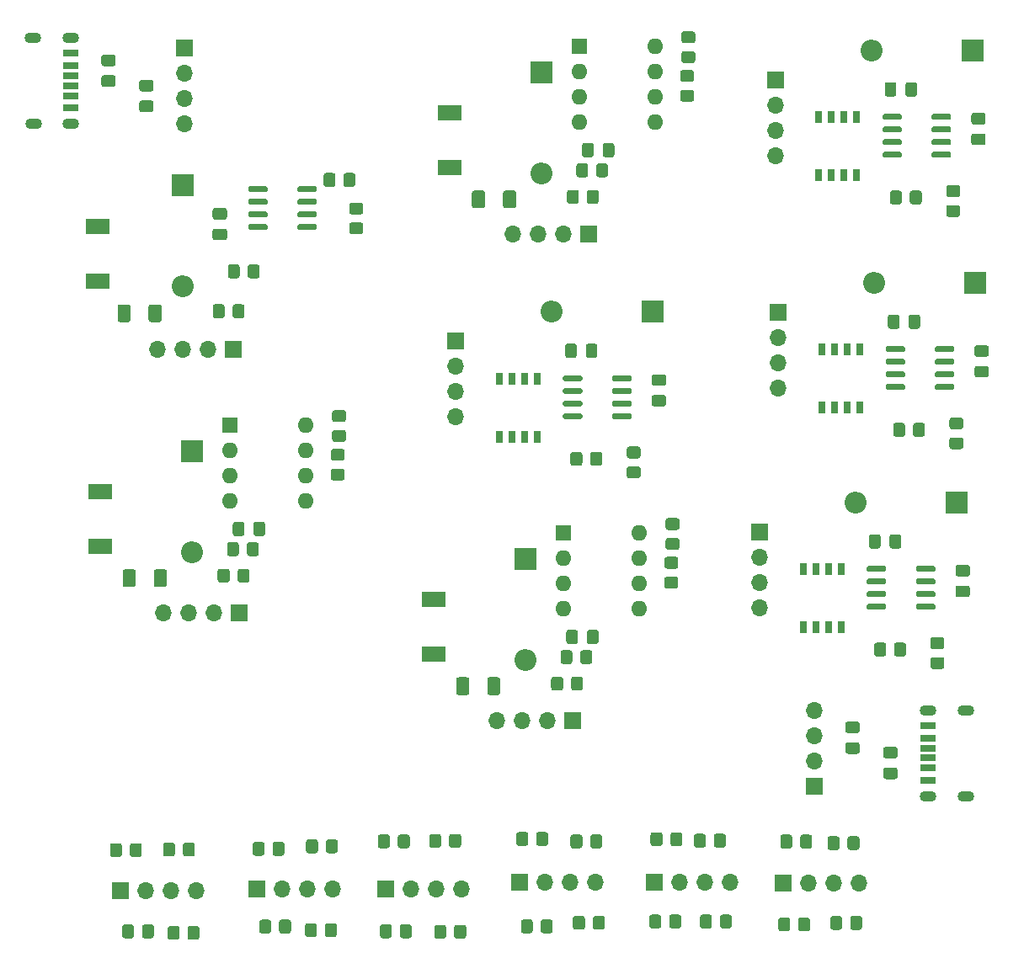
<source format=gbr>
G04 #@! TF.GenerationSoftware,KiCad,Pcbnew,(5.1.12)-1*
G04 #@! TF.CreationDate,2022-01-07T20:34:09-08:00*
G04 #@! TF.ProjectId,schematic,73636865-6d61-4746-9963-2e6b69636164,rev?*
G04 #@! TF.SameCoordinates,Original*
G04 #@! TF.FileFunction,Soldermask,Top*
G04 #@! TF.FilePolarity,Negative*
%FSLAX46Y46*%
G04 Gerber Fmt 4.6, Leading zero omitted, Abs format (unit mm)*
G04 Created by KiCad (PCBNEW (5.1.12)-1) date 2022-01-07 20:34:09*
%MOMM*%
%LPD*%
G01*
G04 APERTURE LIST*
%ADD10R,2.400000X1.500000*%
%ADD11O,1.600000X1.600000*%
%ADD12R,1.600000X1.600000*%
%ADD13O,2.200000X2.200000*%
%ADD14R,2.200000X2.200000*%
%ADD15O,1.700000X1.700000*%
%ADD16R,1.700000X1.700000*%
%ADD17R,1.600000X0.800000*%
%ADD18R,1.600000X0.760000*%
%ADD19R,1.600000X0.700000*%
%ADD20O,1.700000X1.100000*%
%ADD21R,0.700000X1.250000*%
G04 APERTURE END LIST*
D10*
G04 #@! TO.C,L2*
X131826000Y-116249000D03*
X131826000Y-121749000D03*
G04 #@! TD*
G04 #@! TO.C,C5*
G36*
G01*
X146320000Y-119540000D02*
X146320000Y-120490000D01*
G75*
G02*
X146070000Y-120740000I-250000J0D01*
G01*
X145395000Y-120740000D01*
G75*
G02*
X145145000Y-120490000I0J250000D01*
G01*
X145145000Y-119540000D01*
G75*
G02*
X145395000Y-119290000I250000J0D01*
G01*
X146070000Y-119290000D01*
G75*
G02*
X146320000Y-119540000I0J-250000D01*
G01*
G37*
G36*
G01*
X148395000Y-119540000D02*
X148395000Y-120490000D01*
G75*
G02*
X148145000Y-120740000I-250000J0D01*
G01*
X147470000Y-120740000D01*
G75*
G02*
X147220000Y-120490000I0J250000D01*
G01*
X147220000Y-119540000D01*
G75*
G02*
X147470000Y-119290000I250000J0D01*
G01*
X148145000Y-119290000D01*
G75*
G02*
X148395000Y-119540000I0J-250000D01*
G01*
G37*
G04 #@! TD*
G04 #@! TO.C,C6*
G36*
G01*
X137196000Y-125618001D02*
X137196000Y-124317999D01*
G75*
G02*
X137445999Y-124068000I249999J0D01*
G01*
X138271001Y-124068000D01*
G75*
G02*
X138521000Y-124317999I0J-249999D01*
G01*
X138521000Y-125618001D01*
G75*
G02*
X138271001Y-125868000I-249999J0D01*
G01*
X137445999Y-125868000D01*
G75*
G02*
X137196000Y-125618001I0J249999D01*
G01*
G37*
G36*
G01*
X134071000Y-125618001D02*
X134071000Y-124317999D01*
G75*
G02*
X134320999Y-124068000I249999J0D01*
G01*
X135146001Y-124068000D01*
G75*
G02*
X135396000Y-124317999I0J-249999D01*
G01*
X135396000Y-125618001D01*
G75*
G02*
X135146001Y-125868000I-249999J0D01*
G01*
X134320999Y-125868000D01*
G75*
G02*
X134071000Y-125618001I0J249999D01*
G01*
G37*
G04 #@! TD*
G04 #@! TO.C,R28*
G36*
G01*
X156279001Y-109264500D02*
X155378999Y-109264500D01*
G75*
G02*
X155129000Y-109014501I0J249999D01*
G01*
X155129000Y-108314499D01*
G75*
G02*
X155378999Y-108064500I249999J0D01*
G01*
X156279001Y-108064500D01*
G75*
G02*
X156529000Y-108314499I0J-249999D01*
G01*
X156529000Y-109014501D01*
G75*
G02*
X156279001Y-109264500I-249999J0D01*
G01*
G37*
G36*
G01*
X156279001Y-111264500D02*
X155378999Y-111264500D01*
G75*
G02*
X155129000Y-111014501I0J249999D01*
G01*
X155129000Y-110314499D01*
G75*
G02*
X155378999Y-110064500I249999J0D01*
G01*
X156279001Y-110064500D01*
G75*
G02*
X156529000Y-110314499I0J-249999D01*
G01*
X156529000Y-111014501D01*
G75*
G02*
X156279001Y-111264500I-249999J0D01*
G01*
G37*
G04 #@! TD*
D11*
G04 #@! TO.C,U4*
X152463500Y-109537500D03*
X144843500Y-117157500D03*
X152463500Y-112077500D03*
X144843500Y-114617500D03*
X152463500Y-114617500D03*
X144843500Y-112077500D03*
X152463500Y-117157500D03*
D12*
X144843500Y-109537500D03*
G04 #@! TD*
G04 #@! TO.C,R27*
G36*
G01*
X155251999Y-113954000D02*
X156152001Y-113954000D01*
G75*
G02*
X156402000Y-114203999I0J-249999D01*
G01*
X156402000Y-114904001D01*
G75*
G02*
X156152001Y-115154000I-249999J0D01*
G01*
X155251999Y-115154000D01*
G75*
G02*
X155002000Y-114904001I0J249999D01*
G01*
X155002000Y-114203999D01*
G75*
G02*
X155251999Y-113954000I249999J0D01*
G01*
G37*
G36*
G01*
X155251999Y-111954000D02*
X156152001Y-111954000D01*
G75*
G02*
X156402000Y-112203999I0J-249999D01*
G01*
X156402000Y-112904001D01*
G75*
G02*
X156152001Y-113154000I-249999J0D01*
G01*
X155251999Y-113154000D01*
G75*
G02*
X155002000Y-112904001I0J249999D01*
G01*
X155002000Y-112203999D01*
G75*
G02*
X155251999Y-111954000I249999J0D01*
G01*
G37*
G04 #@! TD*
G04 #@! TO.C,R29*
G36*
G01*
X145624500Y-125164001D02*
X145624500Y-124263999D01*
G75*
G02*
X145874499Y-124014000I249999J0D01*
G01*
X146574501Y-124014000D01*
G75*
G02*
X146824500Y-124263999I0J-249999D01*
G01*
X146824500Y-125164001D01*
G75*
G02*
X146574501Y-125414000I-249999J0D01*
G01*
X145874499Y-125414000D01*
G75*
G02*
X145624500Y-125164001I0J249999D01*
G01*
G37*
G36*
G01*
X143624500Y-125164001D02*
X143624500Y-124263999D01*
G75*
G02*
X143874499Y-124014000I249999J0D01*
G01*
X144574501Y-124014000D01*
G75*
G02*
X144824500Y-124263999I0J-249999D01*
G01*
X144824500Y-125164001D01*
G75*
G02*
X144574501Y-125414000I-249999J0D01*
G01*
X143874499Y-125414000D01*
G75*
G02*
X143624500Y-125164001I0J249999D01*
G01*
G37*
G04 #@! TD*
D13*
G04 #@! TO.C,D3*
X141033500Y-122364500D03*
D14*
X141033500Y-112204500D03*
G04 #@! TD*
G04 #@! TO.C,R30*
G36*
G01*
X145761000Y-121596999D02*
X145761000Y-122497001D01*
G75*
G02*
X145511001Y-122747000I-249999J0D01*
G01*
X144810999Y-122747000D01*
G75*
G02*
X144561000Y-122497001I0J249999D01*
G01*
X144561000Y-121596999D01*
G75*
G02*
X144810999Y-121347000I249999J0D01*
G01*
X145511001Y-121347000D01*
G75*
G02*
X145761000Y-121596999I0J-249999D01*
G01*
G37*
G36*
G01*
X147761000Y-121596999D02*
X147761000Y-122497001D01*
G75*
G02*
X147511001Y-122747000I-249999J0D01*
G01*
X146810999Y-122747000D01*
G75*
G02*
X146561000Y-122497001I0J249999D01*
G01*
X146561000Y-121596999D01*
G75*
G02*
X146810999Y-121347000I249999J0D01*
G01*
X147511001Y-121347000D01*
G75*
G02*
X147761000Y-121596999I0J-249999D01*
G01*
G37*
G04 #@! TD*
D15*
G04 #@! TO.C,J11*
X138176000Y-128460500D03*
X140716000Y-128460500D03*
X143256000Y-128460500D03*
D16*
X145796000Y-128460500D03*
G04 #@! TD*
G04 #@! TO.C,C5*
G36*
G01*
X149982500Y-70581500D02*
X149982500Y-71531500D01*
G75*
G02*
X149732500Y-71781500I-250000J0D01*
G01*
X149057500Y-71781500D01*
G75*
G02*
X148807500Y-71531500I0J250000D01*
G01*
X148807500Y-70581500D01*
G75*
G02*
X149057500Y-70331500I250000J0D01*
G01*
X149732500Y-70331500D01*
G75*
G02*
X149982500Y-70581500I0J-250000D01*
G01*
G37*
G36*
G01*
X147907500Y-70581500D02*
X147907500Y-71531500D01*
G75*
G02*
X147657500Y-71781500I-250000J0D01*
G01*
X146982500Y-71781500D01*
G75*
G02*
X146732500Y-71531500I0J250000D01*
G01*
X146732500Y-70581500D01*
G75*
G02*
X146982500Y-70331500I250000J0D01*
G01*
X147657500Y-70331500D01*
G75*
G02*
X147907500Y-70581500I0J-250000D01*
G01*
G37*
G04 #@! TD*
D10*
G04 #@! TO.C,L2*
X133413500Y-72790500D03*
X133413500Y-67290500D03*
G04 #@! TD*
D16*
G04 #@! TO.C,J11*
X147383500Y-79502000D03*
D15*
X144843500Y-79502000D03*
X142303500Y-79502000D03*
X139763500Y-79502000D03*
G04 #@! TD*
D14*
G04 #@! TO.C,D3*
X142621000Y-63246000D03*
D13*
X142621000Y-73406000D03*
G04 #@! TD*
G04 #@! TO.C,C6*
G36*
G01*
X135658500Y-76659501D02*
X135658500Y-75359499D01*
G75*
G02*
X135908499Y-75109500I249999J0D01*
G01*
X136733501Y-75109500D01*
G75*
G02*
X136983500Y-75359499I0J-249999D01*
G01*
X136983500Y-76659501D01*
G75*
G02*
X136733501Y-76909500I-249999J0D01*
G01*
X135908499Y-76909500D01*
G75*
G02*
X135658500Y-76659501I0J249999D01*
G01*
G37*
G36*
G01*
X138783500Y-76659501D02*
X138783500Y-75359499D01*
G75*
G02*
X139033499Y-75109500I249999J0D01*
G01*
X139858501Y-75109500D01*
G75*
G02*
X140108500Y-75359499I0J-249999D01*
G01*
X140108500Y-76659501D01*
G75*
G02*
X139858501Y-76909500I-249999J0D01*
G01*
X139033499Y-76909500D01*
G75*
G02*
X138783500Y-76659501I0J249999D01*
G01*
G37*
G04 #@! TD*
D12*
G04 #@! TO.C,U4*
X146431000Y-60579000D03*
D11*
X154051000Y-68199000D03*
X146431000Y-63119000D03*
X154051000Y-65659000D03*
X146431000Y-65659000D03*
X154051000Y-63119000D03*
X146431000Y-68199000D03*
X154051000Y-60579000D03*
G04 #@! TD*
G04 #@! TO.C,R27*
G36*
G01*
X156839499Y-62995500D02*
X157739501Y-62995500D01*
G75*
G02*
X157989500Y-63245499I0J-249999D01*
G01*
X157989500Y-63945501D01*
G75*
G02*
X157739501Y-64195500I-249999J0D01*
G01*
X156839499Y-64195500D01*
G75*
G02*
X156589500Y-63945501I0J249999D01*
G01*
X156589500Y-63245499D01*
G75*
G02*
X156839499Y-62995500I249999J0D01*
G01*
G37*
G36*
G01*
X156839499Y-64995500D02*
X157739501Y-64995500D01*
G75*
G02*
X157989500Y-65245499I0J-249999D01*
G01*
X157989500Y-65945501D01*
G75*
G02*
X157739501Y-66195500I-249999J0D01*
G01*
X156839499Y-66195500D01*
G75*
G02*
X156589500Y-65945501I0J249999D01*
G01*
X156589500Y-65245499D01*
G75*
G02*
X156839499Y-64995500I249999J0D01*
G01*
G37*
G04 #@! TD*
G04 #@! TO.C,R28*
G36*
G01*
X157866501Y-62306000D02*
X156966499Y-62306000D01*
G75*
G02*
X156716500Y-62056001I0J249999D01*
G01*
X156716500Y-61355999D01*
G75*
G02*
X156966499Y-61106000I249999J0D01*
G01*
X157866501Y-61106000D01*
G75*
G02*
X158116500Y-61355999I0J-249999D01*
G01*
X158116500Y-62056001D01*
G75*
G02*
X157866501Y-62306000I-249999J0D01*
G01*
G37*
G36*
G01*
X157866501Y-60306000D02*
X156966499Y-60306000D01*
G75*
G02*
X156716500Y-60056001I0J249999D01*
G01*
X156716500Y-59355999D01*
G75*
G02*
X156966499Y-59106000I249999J0D01*
G01*
X157866501Y-59106000D01*
G75*
G02*
X158116500Y-59355999I0J-249999D01*
G01*
X158116500Y-60056001D01*
G75*
G02*
X157866501Y-60306000I-249999J0D01*
G01*
G37*
G04 #@! TD*
G04 #@! TO.C,R30*
G36*
G01*
X149348500Y-72638499D02*
X149348500Y-73538501D01*
G75*
G02*
X149098501Y-73788500I-249999J0D01*
G01*
X148398499Y-73788500D01*
G75*
G02*
X148148500Y-73538501I0J249999D01*
G01*
X148148500Y-72638499D01*
G75*
G02*
X148398499Y-72388500I249999J0D01*
G01*
X149098501Y-72388500D01*
G75*
G02*
X149348500Y-72638499I0J-249999D01*
G01*
G37*
G36*
G01*
X147348500Y-72638499D02*
X147348500Y-73538501D01*
G75*
G02*
X147098501Y-73788500I-249999J0D01*
G01*
X146398499Y-73788500D01*
G75*
G02*
X146148500Y-73538501I0J249999D01*
G01*
X146148500Y-72638499D01*
G75*
G02*
X146398499Y-72388500I249999J0D01*
G01*
X147098501Y-72388500D01*
G75*
G02*
X147348500Y-72638499I0J-249999D01*
G01*
G37*
G04 #@! TD*
G04 #@! TO.C,R29*
G36*
G01*
X145212000Y-76205501D02*
X145212000Y-75305499D01*
G75*
G02*
X145461999Y-75055500I249999J0D01*
G01*
X146162001Y-75055500D01*
G75*
G02*
X146412000Y-75305499I0J-249999D01*
G01*
X146412000Y-76205501D01*
G75*
G02*
X146162001Y-76455500I-249999J0D01*
G01*
X145461999Y-76455500D01*
G75*
G02*
X145212000Y-76205501I0J249999D01*
G01*
G37*
G36*
G01*
X147212000Y-76205501D02*
X147212000Y-75305499D01*
G75*
G02*
X147461999Y-75055500I249999J0D01*
G01*
X148162001Y-75055500D01*
G75*
G02*
X148412000Y-75305499I0J-249999D01*
G01*
X148412000Y-76205501D01*
G75*
G02*
X148162001Y-76455500I-249999J0D01*
G01*
X147461999Y-76455500D01*
G75*
G02*
X147212000Y-76205501I0J249999D01*
G01*
G37*
G04 #@! TD*
G04 #@! TO.C,U4*
X118935500Y-98679000D03*
X111315500Y-106299000D03*
X118935500Y-101219000D03*
X111315500Y-103759000D03*
X118935500Y-103759000D03*
X111315500Y-101219000D03*
X118935500Y-106299000D03*
D12*
X111315500Y-98679000D03*
G04 #@! TD*
G04 #@! TO.C,R30*
G36*
G01*
X112233000Y-110738499D02*
X112233000Y-111638501D01*
G75*
G02*
X111983001Y-111888500I-249999J0D01*
G01*
X111282999Y-111888500D01*
G75*
G02*
X111033000Y-111638501I0J249999D01*
G01*
X111033000Y-110738499D01*
G75*
G02*
X111282999Y-110488500I249999J0D01*
G01*
X111983001Y-110488500D01*
G75*
G02*
X112233000Y-110738499I0J-249999D01*
G01*
G37*
G36*
G01*
X114233000Y-110738499D02*
X114233000Y-111638501D01*
G75*
G02*
X113983001Y-111888500I-249999J0D01*
G01*
X113282999Y-111888500D01*
G75*
G02*
X113033000Y-111638501I0J249999D01*
G01*
X113033000Y-110738499D01*
G75*
G02*
X113282999Y-110488500I249999J0D01*
G01*
X113983001Y-110488500D01*
G75*
G02*
X114233000Y-110738499I0J-249999D01*
G01*
G37*
G04 #@! TD*
G04 #@! TO.C,R29*
G36*
G01*
X112096500Y-114305501D02*
X112096500Y-113405499D01*
G75*
G02*
X112346499Y-113155500I249999J0D01*
G01*
X113046501Y-113155500D01*
G75*
G02*
X113296500Y-113405499I0J-249999D01*
G01*
X113296500Y-114305501D01*
G75*
G02*
X113046501Y-114555500I-249999J0D01*
G01*
X112346499Y-114555500D01*
G75*
G02*
X112096500Y-114305501I0J249999D01*
G01*
G37*
G36*
G01*
X110096500Y-114305501D02*
X110096500Y-113405499D01*
G75*
G02*
X110346499Y-113155500I249999J0D01*
G01*
X111046501Y-113155500D01*
G75*
G02*
X111296500Y-113405499I0J-249999D01*
G01*
X111296500Y-114305501D01*
G75*
G02*
X111046501Y-114555500I-249999J0D01*
G01*
X110346499Y-114555500D01*
G75*
G02*
X110096500Y-114305501I0J249999D01*
G01*
G37*
G04 #@! TD*
G04 #@! TO.C,R28*
G36*
G01*
X122751001Y-98406000D02*
X121850999Y-98406000D01*
G75*
G02*
X121601000Y-98156001I0J249999D01*
G01*
X121601000Y-97455999D01*
G75*
G02*
X121850999Y-97206000I249999J0D01*
G01*
X122751001Y-97206000D01*
G75*
G02*
X123001000Y-97455999I0J-249999D01*
G01*
X123001000Y-98156001D01*
G75*
G02*
X122751001Y-98406000I-249999J0D01*
G01*
G37*
G36*
G01*
X122751001Y-100406000D02*
X121850999Y-100406000D01*
G75*
G02*
X121601000Y-100156001I0J249999D01*
G01*
X121601000Y-99455999D01*
G75*
G02*
X121850999Y-99206000I249999J0D01*
G01*
X122751001Y-99206000D01*
G75*
G02*
X123001000Y-99455999I0J-249999D01*
G01*
X123001000Y-100156001D01*
G75*
G02*
X122751001Y-100406000I-249999J0D01*
G01*
G37*
G04 #@! TD*
G04 #@! TO.C,R27*
G36*
G01*
X121723999Y-103095500D02*
X122624001Y-103095500D01*
G75*
G02*
X122874000Y-103345499I0J-249999D01*
G01*
X122874000Y-104045501D01*
G75*
G02*
X122624001Y-104295500I-249999J0D01*
G01*
X121723999Y-104295500D01*
G75*
G02*
X121474000Y-104045501I0J249999D01*
G01*
X121474000Y-103345499D01*
G75*
G02*
X121723999Y-103095500I249999J0D01*
G01*
G37*
G36*
G01*
X121723999Y-101095500D02*
X122624001Y-101095500D01*
G75*
G02*
X122874000Y-101345499I0J-249999D01*
G01*
X122874000Y-102045501D01*
G75*
G02*
X122624001Y-102295500I-249999J0D01*
G01*
X121723999Y-102295500D01*
G75*
G02*
X121474000Y-102045501I0J249999D01*
G01*
X121474000Y-101345499D01*
G75*
G02*
X121723999Y-101095500I249999J0D01*
G01*
G37*
G04 #@! TD*
D10*
G04 #@! TO.C,L2*
X98298000Y-105390500D03*
X98298000Y-110890500D03*
G04 #@! TD*
D15*
G04 #@! TO.C,J11*
X104648000Y-117602000D03*
X107188000Y-117602000D03*
X109728000Y-117602000D03*
D16*
X112268000Y-117602000D03*
G04 #@! TD*
D13*
G04 #@! TO.C,D3*
X107505500Y-111506000D03*
D14*
X107505500Y-101346000D03*
G04 #@! TD*
G04 #@! TO.C,C6*
G36*
G01*
X103668000Y-114759501D02*
X103668000Y-113459499D01*
G75*
G02*
X103917999Y-113209500I249999J0D01*
G01*
X104743001Y-113209500D01*
G75*
G02*
X104993000Y-113459499I0J-249999D01*
G01*
X104993000Y-114759501D01*
G75*
G02*
X104743001Y-115009500I-249999J0D01*
G01*
X103917999Y-115009500D01*
G75*
G02*
X103668000Y-114759501I0J249999D01*
G01*
G37*
G36*
G01*
X100543000Y-114759501D02*
X100543000Y-113459499D01*
G75*
G02*
X100792999Y-113209500I249999J0D01*
G01*
X101618001Y-113209500D01*
G75*
G02*
X101868000Y-113459499I0J-249999D01*
G01*
X101868000Y-114759501D01*
G75*
G02*
X101618001Y-115009500I-249999J0D01*
G01*
X100792999Y-115009500D01*
G75*
G02*
X100543000Y-114759501I0J249999D01*
G01*
G37*
G04 #@! TD*
G04 #@! TO.C,C5*
G36*
G01*
X112792000Y-108681500D02*
X112792000Y-109631500D01*
G75*
G02*
X112542000Y-109881500I-250000J0D01*
G01*
X111867000Y-109881500D01*
G75*
G02*
X111617000Y-109631500I0J250000D01*
G01*
X111617000Y-108681500D01*
G75*
G02*
X111867000Y-108431500I250000J0D01*
G01*
X112542000Y-108431500D01*
G75*
G02*
X112792000Y-108681500I0J-250000D01*
G01*
G37*
G36*
G01*
X114867000Y-108681500D02*
X114867000Y-109631500D01*
G75*
G02*
X114617000Y-109881500I-250000J0D01*
G01*
X113942000Y-109881500D01*
G75*
G02*
X113692000Y-109631500I0J250000D01*
G01*
X113692000Y-108681500D01*
G75*
G02*
X113942000Y-108431500I250000J0D01*
G01*
X114617000Y-108431500D01*
G75*
G02*
X114867000Y-108681500I0J-250000D01*
G01*
G37*
G04 #@! TD*
G04 #@! TO.C,R4*
G36*
G01*
X177261500Y-131068500D02*
X178211500Y-131068500D01*
G75*
G02*
X178461500Y-131318500I0J-250000D01*
G01*
X178461500Y-131993500D01*
G75*
G02*
X178211500Y-132243500I-250000J0D01*
G01*
X177261500Y-132243500D01*
G75*
G02*
X177011500Y-131993500I0J250000D01*
G01*
X177011500Y-131318500D01*
G75*
G02*
X177261500Y-131068500I250000J0D01*
G01*
G37*
G36*
G01*
X177261500Y-133143500D02*
X178211500Y-133143500D01*
G75*
G02*
X178461500Y-133393500I0J-250000D01*
G01*
X178461500Y-134068500D01*
G75*
G02*
X178211500Y-134318500I-250000J0D01*
G01*
X177261500Y-134318500D01*
G75*
G02*
X177011500Y-134068500I0J250000D01*
G01*
X177011500Y-133393500D01*
G75*
G02*
X177261500Y-133143500I250000J0D01*
G01*
G37*
G04 #@! TD*
G04 #@! TO.C,R3*
G36*
G01*
X173451500Y-128528500D02*
X174401500Y-128528500D01*
G75*
G02*
X174651500Y-128778500I0J-250000D01*
G01*
X174651500Y-129453500D01*
G75*
G02*
X174401500Y-129703500I-250000J0D01*
G01*
X173451500Y-129703500D01*
G75*
G02*
X173201500Y-129453500I0J250000D01*
G01*
X173201500Y-128778500D01*
G75*
G02*
X173451500Y-128528500I250000J0D01*
G01*
G37*
G36*
G01*
X173451500Y-130603500D02*
X174401500Y-130603500D01*
G75*
G02*
X174651500Y-130853500I0J-250000D01*
G01*
X174651500Y-131528500D01*
G75*
G02*
X174401500Y-131778500I-250000J0D01*
G01*
X173451500Y-131778500D01*
G75*
G02*
X173201500Y-131528500I0J250000D01*
G01*
X173201500Y-130853500D01*
G75*
G02*
X173451500Y-130603500I250000J0D01*
G01*
G37*
G04 #@! TD*
D17*
G04 #@! TO.C,J2*
X181546500Y-134441000D03*
D18*
X181546500Y-133211000D03*
D19*
X181546500Y-132191000D03*
X181546500Y-131191000D03*
D18*
X181546500Y-130171000D03*
D17*
X181546500Y-128941000D03*
D20*
X181496500Y-127391000D03*
X185296500Y-127391000D03*
X181546500Y-136041000D03*
X185346500Y-136041000D03*
G04 #@! TD*
D16*
G04 #@! TO.C,J3*
X170116500Y-135001000D03*
D15*
X170116500Y-132461000D03*
X170116500Y-129921000D03*
X170116500Y-127381000D03*
G04 #@! TD*
G04 #@! TO.C,U1*
G36*
G01*
X113161400Y-75143500D02*
X113161400Y-74843500D01*
G75*
G02*
X113311400Y-74693500I150000J0D01*
G01*
X114961400Y-74693500D01*
G75*
G02*
X115111400Y-74843500I0J-150000D01*
G01*
X115111400Y-75143500D01*
G75*
G02*
X114961400Y-75293500I-150000J0D01*
G01*
X113311400Y-75293500D01*
G75*
G02*
X113161400Y-75143500I0J150000D01*
G01*
G37*
G36*
G01*
X113161400Y-76413500D02*
X113161400Y-76113500D01*
G75*
G02*
X113311400Y-75963500I150000J0D01*
G01*
X114961400Y-75963500D01*
G75*
G02*
X115111400Y-76113500I0J-150000D01*
G01*
X115111400Y-76413500D01*
G75*
G02*
X114961400Y-76563500I-150000J0D01*
G01*
X113311400Y-76563500D01*
G75*
G02*
X113161400Y-76413500I0J150000D01*
G01*
G37*
G36*
G01*
X113161400Y-77683500D02*
X113161400Y-77383500D01*
G75*
G02*
X113311400Y-77233500I150000J0D01*
G01*
X114961400Y-77233500D01*
G75*
G02*
X115111400Y-77383500I0J-150000D01*
G01*
X115111400Y-77683500D01*
G75*
G02*
X114961400Y-77833500I-150000J0D01*
G01*
X113311400Y-77833500D01*
G75*
G02*
X113161400Y-77683500I0J150000D01*
G01*
G37*
G36*
G01*
X113161400Y-78953500D02*
X113161400Y-78653500D01*
G75*
G02*
X113311400Y-78503500I150000J0D01*
G01*
X114961400Y-78503500D01*
G75*
G02*
X115111400Y-78653500I0J-150000D01*
G01*
X115111400Y-78953500D01*
G75*
G02*
X114961400Y-79103500I-150000J0D01*
G01*
X113311400Y-79103500D01*
G75*
G02*
X113161400Y-78953500I0J150000D01*
G01*
G37*
G36*
G01*
X118111400Y-78953500D02*
X118111400Y-78653500D01*
G75*
G02*
X118261400Y-78503500I150000J0D01*
G01*
X119911400Y-78503500D01*
G75*
G02*
X120061400Y-78653500I0J-150000D01*
G01*
X120061400Y-78953500D01*
G75*
G02*
X119911400Y-79103500I-150000J0D01*
G01*
X118261400Y-79103500D01*
G75*
G02*
X118111400Y-78953500I0J150000D01*
G01*
G37*
G36*
G01*
X118111400Y-77683500D02*
X118111400Y-77383500D01*
G75*
G02*
X118261400Y-77233500I150000J0D01*
G01*
X119911400Y-77233500D01*
G75*
G02*
X120061400Y-77383500I0J-150000D01*
G01*
X120061400Y-77683500D01*
G75*
G02*
X119911400Y-77833500I-150000J0D01*
G01*
X118261400Y-77833500D01*
G75*
G02*
X118111400Y-77683500I0J150000D01*
G01*
G37*
G36*
G01*
X118111400Y-76413500D02*
X118111400Y-76113500D01*
G75*
G02*
X118261400Y-75963500I150000J0D01*
G01*
X119911400Y-75963500D01*
G75*
G02*
X120061400Y-76113500I0J-150000D01*
G01*
X120061400Y-76413500D01*
G75*
G02*
X119911400Y-76563500I-150000J0D01*
G01*
X118261400Y-76563500D01*
G75*
G02*
X118111400Y-76413500I0J150000D01*
G01*
G37*
G36*
G01*
X118111400Y-75143500D02*
X118111400Y-74843500D01*
G75*
G02*
X118261400Y-74693500I150000J0D01*
G01*
X119911400Y-74693500D01*
G75*
G02*
X120061400Y-74843500I0J-150000D01*
G01*
X120061400Y-75143500D01*
G75*
G02*
X119911400Y-75293500I-150000J0D01*
G01*
X118261400Y-75293500D01*
G75*
G02*
X118111400Y-75143500I0J150000D01*
G01*
G37*
G04 #@! TD*
G04 #@! TO.C,R6*
G36*
G01*
X114315800Y-82798499D02*
X114315800Y-83698501D01*
G75*
G02*
X114065801Y-83948500I-249999J0D01*
G01*
X113365799Y-83948500D01*
G75*
G02*
X113115800Y-83698501I0J249999D01*
G01*
X113115800Y-82798499D01*
G75*
G02*
X113365799Y-82548500I249999J0D01*
G01*
X114065801Y-82548500D01*
G75*
G02*
X114315800Y-82798499I0J-249999D01*
G01*
G37*
G36*
G01*
X112315800Y-82798499D02*
X112315800Y-83698501D01*
G75*
G02*
X112065801Y-83948500I-249999J0D01*
G01*
X111365799Y-83948500D01*
G75*
G02*
X111115800Y-83698501I0J249999D01*
G01*
X111115800Y-82798499D01*
G75*
G02*
X111365799Y-82548500I249999J0D01*
G01*
X112065801Y-82548500D01*
G75*
G02*
X112315800Y-82798499I0J-249999D01*
G01*
G37*
G04 #@! TD*
G04 #@! TO.C,R5*
G36*
G01*
X109591800Y-87711701D02*
X109591800Y-86811699D01*
G75*
G02*
X109841799Y-86561700I249999J0D01*
G01*
X110541801Y-86561700D01*
G75*
G02*
X110791800Y-86811699I0J-249999D01*
G01*
X110791800Y-87711701D01*
G75*
G02*
X110541801Y-87961700I-249999J0D01*
G01*
X109841799Y-87961700D01*
G75*
G02*
X109591800Y-87711701I0J249999D01*
G01*
G37*
G36*
G01*
X111591800Y-87711701D02*
X111591800Y-86811699D01*
G75*
G02*
X111841799Y-86561700I249999J0D01*
G01*
X112541801Y-86561700D01*
G75*
G02*
X112791800Y-86811699I0J-249999D01*
G01*
X112791800Y-87711701D01*
G75*
G02*
X112541801Y-87961700I-249999J0D01*
G01*
X111841799Y-87961700D01*
G75*
G02*
X111591800Y-87711701I0J249999D01*
G01*
G37*
G04 #@! TD*
G04 #@! TO.C,R1*
G36*
G01*
X123578199Y-76330500D02*
X124478201Y-76330500D01*
G75*
G02*
X124728200Y-76580499I0J-249999D01*
G01*
X124728200Y-77280501D01*
G75*
G02*
X124478201Y-77530500I-249999J0D01*
G01*
X123578199Y-77530500D01*
G75*
G02*
X123328200Y-77280501I0J249999D01*
G01*
X123328200Y-76580499D01*
G75*
G02*
X123578199Y-76330500I249999J0D01*
G01*
G37*
G36*
G01*
X123578199Y-78330500D02*
X124478201Y-78330500D01*
G75*
G02*
X124728200Y-78580499I0J-249999D01*
G01*
X124728200Y-79280501D01*
G75*
G02*
X124478201Y-79530500I-249999J0D01*
G01*
X123578199Y-79530500D01*
G75*
G02*
X123328200Y-79280501I0J249999D01*
G01*
X123328200Y-78580499D01*
G75*
G02*
X123578199Y-78330500I249999J0D01*
G01*
G37*
G04 #@! TD*
G04 #@! TO.C,R2*
G36*
G01*
X123935800Y-73603699D02*
X123935800Y-74503701D01*
G75*
G02*
X123685801Y-74753700I-249999J0D01*
G01*
X122985799Y-74753700D01*
G75*
G02*
X122735800Y-74503701I0J249999D01*
G01*
X122735800Y-73603699D01*
G75*
G02*
X122985799Y-73353700I249999J0D01*
G01*
X123685801Y-73353700D01*
G75*
G02*
X123935800Y-73603699I0J-249999D01*
G01*
G37*
G36*
G01*
X121935800Y-73603699D02*
X121935800Y-74503701D01*
G75*
G02*
X121685801Y-74753700I-249999J0D01*
G01*
X120985799Y-74753700D01*
G75*
G02*
X120735800Y-74503701I0J249999D01*
G01*
X120735800Y-73603699D01*
G75*
G02*
X120985799Y-73353700I249999J0D01*
G01*
X121685801Y-73353700D01*
G75*
G02*
X121935800Y-73603699I0J-249999D01*
G01*
G37*
G04 #@! TD*
D10*
G04 #@! TO.C,L1*
X98018600Y-84271300D03*
X98018600Y-78771300D03*
G04 #@! TD*
D16*
G04 #@! TO.C,J1*
X111683800Y-91122500D03*
D15*
X109143800Y-91122500D03*
X106603800Y-91122500D03*
X104063800Y-91122500D03*
G04 #@! TD*
G04 #@! TO.C,C2*
G36*
G01*
X100022300Y-88114902D02*
X100022300Y-86814898D01*
G75*
G02*
X100272298Y-86564900I249998J0D01*
G01*
X101097302Y-86564900D01*
G75*
G02*
X101347300Y-86814898I0J-249998D01*
G01*
X101347300Y-88114902D01*
G75*
G02*
X101097302Y-88364900I-249998J0D01*
G01*
X100272298Y-88364900D01*
G75*
G02*
X100022300Y-88114902I0J249998D01*
G01*
G37*
G36*
G01*
X103147300Y-88114902D02*
X103147300Y-86814898D01*
G75*
G02*
X103397298Y-86564900I249998J0D01*
G01*
X104222302Y-86564900D01*
G75*
G02*
X104472300Y-86814898I0J-249998D01*
G01*
X104472300Y-88114902D01*
G75*
G02*
X104222302Y-88364900I-249998J0D01*
G01*
X103397298Y-88364900D01*
G75*
G02*
X103147300Y-88114902I0J249998D01*
G01*
G37*
G04 #@! TD*
D14*
G04 #@! TO.C,D1*
X106553000Y-74561700D03*
D13*
X106553000Y-84721700D03*
G04 #@! TD*
G04 #@! TO.C,C1*
G36*
G01*
X109837200Y-76877600D02*
X110787200Y-76877600D01*
G75*
G02*
X111037200Y-77127600I0J-250000D01*
G01*
X111037200Y-77802600D01*
G75*
G02*
X110787200Y-78052600I-250000J0D01*
G01*
X109837200Y-78052600D01*
G75*
G02*
X109587200Y-77802600I0J250000D01*
G01*
X109587200Y-77127600D01*
G75*
G02*
X109837200Y-76877600I250000J0D01*
G01*
G37*
G36*
G01*
X109837200Y-78952600D02*
X110787200Y-78952600D01*
G75*
G02*
X111037200Y-79202600I0J-250000D01*
G01*
X111037200Y-79877600D01*
G75*
G02*
X110787200Y-80127600I-250000J0D01*
G01*
X109837200Y-80127600D01*
G75*
G02*
X109587200Y-79877600I0J250000D01*
G01*
X109587200Y-79202600D01*
G75*
G02*
X109837200Y-78952600I250000J0D01*
G01*
G37*
G04 #@! TD*
G04 #@! TO.C,R26*
G36*
G01*
X152367401Y-104063600D02*
X151467399Y-104063600D01*
G75*
G02*
X151217400Y-103813601I0J249999D01*
G01*
X151217400Y-103113599D01*
G75*
G02*
X151467399Y-102863600I249999J0D01*
G01*
X152367401Y-102863600D01*
G75*
G02*
X152617400Y-103113599I0J-249999D01*
G01*
X152617400Y-103813601D01*
G75*
G02*
X152367401Y-104063600I-249999J0D01*
G01*
G37*
G36*
G01*
X152367401Y-102063600D02*
X151467399Y-102063600D01*
G75*
G02*
X151217400Y-101813601I0J249999D01*
G01*
X151217400Y-101113599D01*
G75*
G02*
X151467399Y-100863600I249999J0D01*
G01*
X152367401Y-100863600D01*
G75*
G02*
X152617400Y-101113599I0J-249999D01*
G01*
X152617400Y-101813601D01*
G75*
G02*
X152367401Y-102063600I-249999J0D01*
G01*
G37*
G04 #@! TD*
G04 #@! TO.C,U3*
G36*
G01*
X144809800Y-94155400D02*
X144809800Y-93855400D01*
G75*
G02*
X144959800Y-93705400I150000J0D01*
G01*
X146609800Y-93705400D01*
G75*
G02*
X146759800Y-93855400I0J-150000D01*
G01*
X146759800Y-94155400D01*
G75*
G02*
X146609800Y-94305400I-150000J0D01*
G01*
X144959800Y-94305400D01*
G75*
G02*
X144809800Y-94155400I0J150000D01*
G01*
G37*
G36*
G01*
X144809800Y-95425400D02*
X144809800Y-95125400D01*
G75*
G02*
X144959800Y-94975400I150000J0D01*
G01*
X146609800Y-94975400D01*
G75*
G02*
X146759800Y-95125400I0J-150000D01*
G01*
X146759800Y-95425400D01*
G75*
G02*
X146609800Y-95575400I-150000J0D01*
G01*
X144959800Y-95575400D01*
G75*
G02*
X144809800Y-95425400I0J150000D01*
G01*
G37*
G36*
G01*
X144809800Y-96695400D02*
X144809800Y-96395400D01*
G75*
G02*
X144959800Y-96245400I150000J0D01*
G01*
X146609800Y-96245400D01*
G75*
G02*
X146759800Y-96395400I0J-150000D01*
G01*
X146759800Y-96695400D01*
G75*
G02*
X146609800Y-96845400I-150000J0D01*
G01*
X144959800Y-96845400D01*
G75*
G02*
X144809800Y-96695400I0J150000D01*
G01*
G37*
G36*
G01*
X144809800Y-97965400D02*
X144809800Y-97665400D01*
G75*
G02*
X144959800Y-97515400I150000J0D01*
G01*
X146609800Y-97515400D01*
G75*
G02*
X146759800Y-97665400I0J-150000D01*
G01*
X146759800Y-97965400D01*
G75*
G02*
X146609800Y-98115400I-150000J0D01*
G01*
X144959800Y-98115400D01*
G75*
G02*
X144809800Y-97965400I0J150000D01*
G01*
G37*
G36*
G01*
X149759800Y-97965400D02*
X149759800Y-97665400D01*
G75*
G02*
X149909800Y-97515400I150000J0D01*
G01*
X151559800Y-97515400D01*
G75*
G02*
X151709800Y-97665400I0J-150000D01*
G01*
X151709800Y-97965400D01*
G75*
G02*
X151559800Y-98115400I-150000J0D01*
G01*
X149909800Y-98115400D01*
G75*
G02*
X149759800Y-97965400I0J150000D01*
G01*
G37*
G36*
G01*
X149759800Y-96695400D02*
X149759800Y-96395400D01*
G75*
G02*
X149909800Y-96245400I150000J0D01*
G01*
X151559800Y-96245400D01*
G75*
G02*
X151709800Y-96395400I0J-150000D01*
G01*
X151709800Y-96695400D01*
G75*
G02*
X151559800Y-96845400I-150000J0D01*
G01*
X149909800Y-96845400D01*
G75*
G02*
X149759800Y-96695400I0J150000D01*
G01*
G37*
G36*
G01*
X149759800Y-95425400D02*
X149759800Y-95125400D01*
G75*
G02*
X149909800Y-94975400I150000J0D01*
G01*
X151559800Y-94975400D01*
G75*
G02*
X151709800Y-95125400I0J-150000D01*
G01*
X151709800Y-95425400D01*
G75*
G02*
X151559800Y-95575400I-150000J0D01*
G01*
X149909800Y-95575400D01*
G75*
G02*
X149759800Y-95425400I0J150000D01*
G01*
G37*
G36*
G01*
X149759800Y-94155400D02*
X149759800Y-93855400D01*
G75*
G02*
X149909800Y-93705400I150000J0D01*
G01*
X151559800Y-93705400D01*
G75*
G02*
X151709800Y-93855400I0J-150000D01*
G01*
X151709800Y-94155400D01*
G75*
G02*
X151559800Y-94305400I-150000J0D01*
G01*
X149909800Y-94305400D01*
G75*
G02*
X149759800Y-94155400I0J150000D01*
G01*
G37*
G04 #@! TD*
D21*
G04 #@! TO.C,U2*
X138404600Y-99898200D03*
X139674600Y-99898200D03*
X140944600Y-99898200D03*
X142214600Y-99898200D03*
X142214600Y-94056200D03*
X140944600Y-94056200D03*
X139674600Y-94056200D03*
X138404600Y-94056200D03*
G04 #@! TD*
G04 #@! TO.C,R25*
G36*
G01*
X145558200Y-102558001D02*
X145558200Y-101657999D01*
G75*
G02*
X145808199Y-101408000I249999J0D01*
G01*
X146508201Y-101408000D01*
G75*
G02*
X146758200Y-101657999I0J-249999D01*
G01*
X146758200Y-102558001D01*
G75*
G02*
X146508201Y-102808000I-249999J0D01*
G01*
X145808199Y-102808000D01*
G75*
G02*
X145558200Y-102558001I0J249999D01*
G01*
G37*
G36*
G01*
X147558200Y-102558001D02*
X147558200Y-101657999D01*
G75*
G02*
X147808199Y-101408000I249999J0D01*
G01*
X148508201Y-101408000D01*
G75*
G02*
X148758200Y-101657999I0J-249999D01*
G01*
X148758200Y-102558001D01*
G75*
G02*
X148508201Y-102808000I-249999J0D01*
G01*
X147808199Y-102808000D01*
G75*
G02*
X147558200Y-102558001I0J249999D01*
G01*
G37*
G04 #@! TD*
D16*
G04 #@! TO.C,J10*
X134035800Y-90271600D03*
D15*
X134035800Y-92811600D03*
X134035800Y-95351600D03*
X134035800Y-97891600D03*
G04 #@! TD*
D14*
G04 #@! TO.C,D2*
X153847800Y-87325200D03*
D13*
X143687800Y-87325200D03*
G04 #@! TD*
G04 #@! TO.C,C4*
G36*
G01*
X145030700Y-91711800D02*
X145030700Y-90761800D01*
G75*
G02*
X145280700Y-90511800I250000J0D01*
G01*
X145955700Y-90511800D01*
G75*
G02*
X146205700Y-90761800I0J-250000D01*
G01*
X146205700Y-91711800D01*
G75*
G02*
X145955700Y-91961800I-250000J0D01*
G01*
X145280700Y-91961800D01*
G75*
G02*
X145030700Y-91711800I0J250000D01*
G01*
G37*
G36*
G01*
X147105700Y-91711800D02*
X147105700Y-90761800D01*
G75*
G02*
X147355700Y-90511800I250000J0D01*
G01*
X148030700Y-90511800D01*
G75*
G02*
X148280700Y-90761800I0J-250000D01*
G01*
X148280700Y-91711800D01*
G75*
G02*
X148030700Y-91961800I-250000J0D01*
G01*
X147355700Y-91961800D01*
G75*
G02*
X147105700Y-91711800I0J250000D01*
G01*
G37*
G04 #@! TD*
G04 #@! TO.C,C3*
G36*
G01*
X153982400Y-93595700D02*
X154932400Y-93595700D01*
G75*
G02*
X155182400Y-93845700I0J-250000D01*
G01*
X155182400Y-94520700D01*
G75*
G02*
X154932400Y-94770700I-250000J0D01*
G01*
X153982400Y-94770700D01*
G75*
G02*
X153732400Y-94520700I0J250000D01*
G01*
X153732400Y-93845700D01*
G75*
G02*
X153982400Y-93595700I250000J0D01*
G01*
G37*
G36*
G01*
X153982400Y-95670700D02*
X154932400Y-95670700D01*
G75*
G02*
X155182400Y-95920700I0J-250000D01*
G01*
X155182400Y-96595700D01*
G75*
G02*
X154932400Y-96845700I-250000J0D01*
G01*
X153982400Y-96845700D01*
G75*
G02*
X153732400Y-96595700I0J250000D01*
G01*
X153732400Y-95920700D01*
G75*
G02*
X153982400Y-95670700I250000J0D01*
G01*
G37*
G04 #@! TD*
G04 #@! TO.C,R26*
G36*
G01*
X182910901Y-123240600D02*
X182010899Y-123240600D01*
G75*
G02*
X181760900Y-122990601I0J249999D01*
G01*
X181760900Y-122290599D01*
G75*
G02*
X182010899Y-122040600I249999J0D01*
G01*
X182910901Y-122040600D01*
G75*
G02*
X183160900Y-122290599I0J-249999D01*
G01*
X183160900Y-122990601D01*
G75*
G02*
X182910901Y-123240600I-249999J0D01*
G01*
G37*
G36*
G01*
X182910901Y-121240600D02*
X182010899Y-121240600D01*
G75*
G02*
X181760900Y-120990601I0J249999D01*
G01*
X181760900Y-120290599D01*
G75*
G02*
X182010899Y-120040600I249999J0D01*
G01*
X182910901Y-120040600D01*
G75*
G02*
X183160900Y-120290599I0J-249999D01*
G01*
X183160900Y-120990601D01*
G75*
G02*
X182910901Y-121240600I-249999J0D01*
G01*
G37*
G04 #@! TD*
G04 #@! TO.C,U3*
G36*
G01*
X175353300Y-113332400D02*
X175353300Y-113032400D01*
G75*
G02*
X175503300Y-112882400I150000J0D01*
G01*
X177153300Y-112882400D01*
G75*
G02*
X177303300Y-113032400I0J-150000D01*
G01*
X177303300Y-113332400D01*
G75*
G02*
X177153300Y-113482400I-150000J0D01*
G01*
X175503300Y-113482400D01*
G75*
G02*
X175353300Y-113332400I0J150000D01*
G01*
G37*
G36*
G01*
X175353300Y-114602400D02*
X175353300Y-114302400D01*
G75*
G02*
X175503300Y-114152400I150000J0D01*
G01*
X177153300Y-114152400D01*
G75*
G02*
X177303300Y-114302400I0J-150000D01*
G01*
X177303300Y-114602400D01*
G75*
G02*
X177153300Y-114752400I-150000J0D01*
G01*
X175503300Y-114752400D01*
G75*
G02*
X175353300Y-114602400I0J150000D01*
G01*
G37*
G36*
G01*
X175353300Y-115872400D02*
X175353300Y-115572400D01*
G75*
G02*
X175503300Y-115422400I150000J0D01*
G01*
X177153300Y-115422400D01*
G75*
G02*
X177303300Y-115572400I0J-150000D01*
G01*
X177303300Y-115872400D01*
G75*
G02*
X177153300Y-116022400I-150000J0D01*
G01*
X175503300Y-116022400D01*
G75*
G02*
X175353300Y-115872400I0J150000D01*
G01*
G37*
G36*
G01*
X175353300Y-117142400D02*
X175353300Y-116842400D01*
G75*
G02*
X175503300Y-116692400I150000J0D01*
G01*
X177153300Y-116692400D01*
G75*
G02*
X177303300Y-116842400I0J-150000D01*
G01*
X177303300Y-117142400D01*
G75*
G02*
X177153300Y-117292400I-150000J0D01*
G01*
X175503300Y-117292400D01*
G75*
G02*
X175353300Y-117142400I0J150000D01*
G01*
G37*
G36*
G01*
X180303300Y-117142400D02*
X180303300Y-116842400D01*
G75*
G02*
X180453300Y-116692400I150000J0D01*
G01*
X182103300Y-116692400D01*
G75*
G02*
X182253300Y-116842400I0J-150000D01*
G01*
X182253300Y-117142400D01*
G75*
G02*
X182103300Y-117292400I-150000J0D01*
G01*
X180453300Y-117292400D01*
G75*
G02*
X180303300Y-117142400I0J150000D01*
G01*
G37*
G36*
G01*
X180303300Y-115872400D02*
X180303300Y-115572400D01*
G75*
G02*
X180453300Y-115422400I150000J0D01*
G01*
X182103300Y-115422400D01*
G75*
G02*
X182253300Y-115572400I0J-150000D01*
G01*
X182253300Y-115872400D01*
G75*
G02*
X182103300Y-116022400I-150000J0D01*
G01*
X180453300Y-116022400D01*
G75*
G02*
X180303300Y-115872400I0J150000D01*
G01*
G37*
G36*
G01*
X180303300Y-114602400D02*
X180303300Y-114302400D01*
G75*
G02*
X180453300Y-114152400I150000J0D01*
G01*
X182103300Y-114152400D01*
G75*
G02*
X182253300Y-114302400I0J-150000D01*
G01*
X182253300Y-114602400D01*
G75*
G02*
X182103300Y-114752400I-150000J0D01*
G01*
X180453300Y-114752400D01*
G75*
G02*
X180303300Y-114602400I0J150000D01*
G01*
G37*
G36*
G01*
X180303300Y-113332400D02*
X180303300Y-113032400D01*
G75*
G02*
X180453300Y-112882400I150000J0D01*
G01*
X182103300Y-112882400D01*
G75*
G02*
X182253300Y-113032400I0J-150000D01*
G01*
X182253300Y-113332400D01*
G75*
G02*
X182103300Y-113482400I-150000J0D01*
G01*
X180453300Y-113482400D01*
G75*
G02*
X180303300Y-113332400I0J150000D01*
G01*
G37*
G04 #@! TD*
D21*
G04 #@! TO.C,U2*
X168948100Y-119075200D03*
X170218100Y-119075200D03*
X171488100Y-119075200D03*
X172758100Y-119075200D03*
X172758100Y-113233200D03*
X171488100Y-113233200D03*
X170218100Y-113233200D03*
X168948100Y-113233200D03*
G04 #@! TD*
G04 #@! TO.C,R25*
G36*
G01*
X176101700Y-121735001D02*
X176101700Y-120834999D01*
G75*
G02*
X176351699Y-120585000I249999J0D01*
G01*
X177051701Y-120585000D01*
G75*
G02*
X177301700Y-120834999I0J-249999D01*
G01*
X177301700Y-121735001D01*
G75*
G02*
X177051701Y-121985000I-249999J0D01*
G01*
X176351699Y-121985000D01*
G75*
G02*
X176101700Y-121735001I0J249999D01*
G01*
G37*
G36*
G01*
X178101700Y-121735001D02*
X178101700Y-120834999D01*
G75*
G02*
X178351699Y-120585000I249999J0D01*
G01*
X179051701Y-120585000D01*
G75*
G02*
X179301700Y-120834999I0J-249999D01*
G01*
X179301700Y-121735001D01*
G75*
G02*
X179051701Y-121985000I-249999J0D01*
G01*
X178351699Y-121985000D01*
G75*
G02*
X178101700Y-121735001I0J249999D01*
G01*
G37*
G04 #@! TD*
D16*
G04 #@! TO.C,J10*
X164579300Y-109448600D03*
D15*
X164579300Y-111988600D03*
X164579300Y-114528600D03*
X164579300Y-117068600D03*
G04 #@! TD*
D14*
G04 #@! TO.C,D2*
X184391300Y-106502200D03*
D13*
X174231300Y-106502200D03*
G04 #@! TD*
G04 #@! TO.C,C4*
G36*
G01*
X175574200Y-110888800D02*
X175574200Y-109938800D01*
G75*
G02*
X175824200Y-109688800I250000J0D01*
G01*
X176499200Y-109688800D01*
G75*
G02*
X176749200Y-109938800I0J-250000D01*
G01*
X176749200Y-110888800D01*
G75*
G02*
X176499200Y-111138800I-250000J0D01*
G01*
X175824200Y-111138800D01*
G75*
G02*
X175574200Y-110888800I0J250000D01*
G01*
G37*
G36*
G01*
X177649200Y-110888800D02*
X177649200Y-109938800D01*
G75*
G02*
X177899200Y-109688800I250000J0D01*
G01*
X178574200Y-109688800D01*
G75*
G02*
X178824200Y-109938800I0J-250000D01*
G01*
X178824200Y-110888800D01*
G75*
G02*
X178574200Y-111138800I-250000J0D01*
G01*
X177899200Y-111138800D01*
G75*
G02*
X177649200Y-110888800I0J250000D01*
G01*
G37*
G04 #@! TD*
G04 #@! TO.C,C3*
G36*
G01*
X184525900Y-112772700D02*
X185475900Y-112772700D01*
G75*
G02*
X185725900Y-113022700I0J-250000D01*
G01*
X185725900Y-113697700D01*
G75*
G02*
X185475900Y-113947700I-250000J0D01*
G01*
X184525900Y-113947700D01*
G75*
G02*
X184275900Y-113697700I0J250000D01*
G01*
X184275900Y-113022700D01*
G75*
G02*
X184525900Y-112772700I250000J0D01*
G01*
G37*
G36*
G01*
X184525900Y-114847700D02*
X185475900Y-114847700D01*
G75*
G02*
X185725900Y-115097700I0J-250000D01*
G01*
X185725900Y-115772700D01*
G75*
G02*
X185475900Y-116022700I-250000J0D01*
G01*
X184525900Y-116022700D01*
G75*
G02*
X184275900Y-115772700I0J250000D01*
G01*
X184275900Y-115097700D01*
G75*
G02*
X184525900Y-114847700I250000J0D01*
G01*
G37*
G04 #@! TD*
G04 #@! TO.C,R26*
G36*
G01*
X184815901Y-101142600D02*
X183915899Y-101142600D01*
G75*
G02*
X183665900Y-100892601I0J249999D01*
G01*
X183665900Y-100192599D01*
G75*
G02*
X183915899Y-99942600I249999J0D01*
G01*
X184815901Y-99942600D01*
G75*
G02*
X185065900Y-100192599I0J-249999D01*
G01*
X185065900Y-100892601D01*
G75*
G02*
X184815901Y-101142600I-249999J0D01*
G01*
G37*
G36*
G01*
X184815901Y-99142600D02*
X183915899Y-99142600D01*
G75*
G02*
X183665900Y-98892601I0J249999D01*
G01*
X183665900Y-98192599D01*
G75*
G02*
X183915899Y-97942600I249999J0D01*
G01*
X184815901Y-97942600D01*
G75*
G02*
X185065900Y-98192599I0J-249999D01*
G01*
X185065900Y-98892601D01*
G75*
G02*
X184815901Y-99142600I-249999J0D01*
G01*
G37*
G04 #@! TD*
G04 #@! TO.C,U3*
G36*
G01*
X177258300Y-91234400D02*
X177258300Y-90934400D01*
G75*
G02*
X177408300Y-90784400I150000J0D01*
G01*
X179058300Y-90784400D01*
G75*
G02*
X179208300Y-90934400I0J-150000D01*
G01*
X179208300Y-91234400D01*
G75*
G02*
X179058300Y-91384400I-150000J0D01*
G01*
X177408300Y-91384400D01*
G75*
G02*
X177258300Y-91234400I0J150000D01*
G01*
G37*
G36*
G01*
X177258300Y-92504400D02*
X177258300Y-92204400D01*
G75*
G02*
X177408300Y-92054400I150000J0D01*
G01*
X179058300Y-92054400D01*
G75*
G02*
X179208300Y-92204400I0J-150000D01*
G01*
X179208300Y-92504400D01*
G75*
G02*
X179058300Y-92654400I-150000J0D01*
G01*
X177408300Y-92654400D01*
G75*
G02*
X177258300Y-92504400I0J150000D01*
G01*
G37*
G36*
G01*
X177258300Y-93774400D02*
X177258300Y-93474400D01*
G75*
G02*
X177408300Y-93324400I150000J0D01*
G01*
X179058300Y-93324400D01*
G75*
G02*
X179208300Y-93474400I0J-150000D01*
G01*
X179208300Y-93774400D01*
G75*
G02*
X179058300Y-93924400I-150000J0D01*
G01*
X177408300Y-93924400D01*
G75*
G02*
X177258300Y-93774400I0J150000D01*
G01*
G37*
G36*
G01*
X177258300Y-95044400D02*
X177258300Y-94744400D01*
G75*
G02*
X177408300Y-94594400I150000J0D01*
G01*
X179058300Y-94594400D01*
G75*
G02*
X179208300Y-94744400I0J-150000D01*
G01*
X179208300Y-95044400D01*
G75*
G02*
X179058300Y-95194400I-150000J0D01*
G01*
X177408300Y-95194400D01*
G75*
G02*
X177258300Y-95044400I0J150000D01*
G01*
G37*
G36*
G01*
X182208300Y-95044400D02*
X182208300Y-94744400D01*
G75*
G02*
X182358300Y-94594400I150000J0D01*
G01*
X184008300Y-94594400D01*
G75*
G02*
X184158300Y-94744400I0J-150000D01*
G01*
X184158300Y-95044400D01*
G75*
G02*
X184008300Y-95194400I-150000J0D01*
G01*
X182358300Y-95194400D01*
G75*
G02*
X182208300Y-95044400I0J150000D01*
G01*
G37*
G36*
G01*
X182208300Y-93774400D02*
X182208300Y-93474400D01*
G75*
G02*
X182358300Y-93324400I150000J0D01*
G01*
X184008300Y-93324400D01*
G75*
G02*
X184158300Y-93474400I0J-150000D01*
G01*
X184158300Y-93774400D01*
G75*
G02*
X184008300Y-93924400I-150000J0D01*
G01*
X182358300Y-93924400D01*
G75*
G02*
X182208300Y-93774400I0J150000D01*
G01*
G37*
G36*
G01*
X182208300Y-92504400D02*
X182208300Y-92204400D01*
G75*
G02*
X182358300Y-92054400I150000J0D01*
G01*
X184008300Y-92054400D01*
G75*
G02*
X184158300Y-92204400I0J-150000D01*
G01*
X184158300Y-92504400D01*
G75*
G02*
X184008300Y-92654400I-150000J0D01*
G01*
X182358300Y-92654400D01*
G75*
G02*
X182208300Y-92504400I0J150000D01*
G01*
G37*
G36*
G01*
X182208300Y-91234400D02*
X182208300Y-90934400D01*
G75*
G02*
X182358300Y-90784400I150000J0D01*
G01*
X184008300Y-90784400D01*
G75*
G02*
X184158300Y-90934400I0J-150000D01*
G01*
X184158300Y-91234400D01*
G75*
G02*
X184008300Y-91384400I-150000J0D01*
G01*
X182358300Y-91384400D01*
G75*
G02*
X182208300Y-91234400I0J150000D01*
G01*
G37*
G04 #@! TD*
D21*
G04 #@! TO.C,U2*
X170853100Y-96977200D03*
X172123100Y-96977200D03*
X173393100Y-96977200D03*
X174663100Y-96977200D03*
X174663100Y-91135200D03*
X173393100Y-91135200D03*
X172123100Y-91135200D03*
X170853100Y-91135200D03*
G04 #@! TD*
G04 #@! TO.C,R25*
G36*
G01*
X178006700Y-99637001D02*
X178006700Y-98736999D01*
G75*
G02*
X178256699Y-98487000I249999J0D01*
G01*
X178956701Y-98487000D01*
G75*
G02*
X179206700Y-98736999I0J-249999D01*
G01*
X179206700Y-99637001D01*
G75*
G02*
X178956701Y-99887000I-249999J0D01*
G01*
X178256699Y-99887000D01*
G75*
G02*
X178006700Y-99637001I0J249999D01*
G01*
G37*
G36*
G01*
X180006700Y-99637001D02*
X180006700Y-98736999D01*
G75*
G02*
X180256699Y-98487000I249999J0D01*
G01*
X180956701Y-98487000D01*
G75*
G02*
X181206700Y-98736999I0J-249999D01*
G01*
X181206700Y-99637001D01*
G75*
G02*
X180956701Y-99887000I-249999J0D01*
G01*
X180256699Y-99887000D01*
G75*
G02*
X180006700Y-99637001I0J249999D01*
G01*
G37*
G04 #@! TD*
D16*
G04 #@! TO.C,J10*
X166484300Y-87350600D03*
D15*
X166484300Y-89890600D03*
X166484300Y-92430600D03*
X166484300Y-94970600D03*
G04 #@! TD*
D14*
G04 #@! TO.C,D2*
X186296300Y-84404200D03*
D13*
X176136300Y-84404200D03*
G04 #@! TD*
G04 #@! TO.C,C4*
G36*
G01*
X177479200Y-88790800D02*
X177479200Y-87840800D01*
G75*
G02*
X177729200Y-87590800I250000J0D01*
G01*
X178404200Y-87590800D01*
G75*
G02*
X178654200Y-87840800I0J-250000D01*
G01*
X178654200Y-88790800D01*
G75*
G02*
X178404200Y-89040800I-250000J0D01*
G01*
X177729200Y-89040800D01*
G75*
G02*
X177479200Y-88790800I0J250000D01*
G01*
G37*
G36*
G01*
X179554200Y-88790800D02*
X179554200Y-87840800D01*
G75*
G02*
X179804200Y-87590800I250000J0D01*
G01*
X180479200Y-87590800D01*
G75*
G02*
X180729200Y-87840800I0J-250000D01*
G01*
X180729200Y-88790800D01*
G75*
G02*
X180479200Y-89040800I-250000J0D01*
G01*
X179804200Y-89040800D01*
G75*
G02*
X179554200Y-88790800I0J250000D01*
G01*
G37*
G04 #@! TD*
G04 #@! TO.C,C3*
G36*
G01*
X186430900Y-90674700D02*
X187380900Y-90674700D01*
G75*
G02*
X187630900Y-90924700I0J-250000D01*
G01*
X187630900Y-91599700D01*
G75*
G02*
X187380900Y-91849700I-250000J0D01*
G01*
X186430900Y-91849700D01*
G75*
G02*
X186180900Y-91599700I0J250000D01*
G01*
X186180900Y-90924700D01*
G75*
G02*
X186430900Y-90674700I250000J0D01*
G01*
G37*
G36*
G01*
X186430900Y-92749700D02*
X187380900Y-92749700D01*
G75*
G02*
X187630900Y-92999700I0J-250000D01*
G01*
X187630900Y-93674700D01*
G75*
G02*
X187380900Y-93924700I-250000J0D01*
G01*
X186430900Y-93924700D01*
G75*
G02*
X186180900Y-93674700I0J250000D01*
G01*
X186180900Y-92999700D01*
G75*
G02*
X186430900Y-92749700I250000J0D01*
G01*
G37*
G04 #@! TD*
G04 #@! TO.C,R26*
G36*
G01*
X184498401Y-77774600D02*
X183598399Y-77774600D01*
G75*
G02*
X183348400Y-77524601I0J249999D01*
G01*
X183348400Y-76824599D01*
G75*
G02*
X183598399Y-76574600I249999J0D01*
G01*
X184498401Y-76574600D01*
G75*
G02*
X184748400Y-76824599I0J-249999D01*
G01*
X184748400Y-77524601D01*
G75*
G02*
X184498401Y-77774600I-249999J0D01*
G01*
G37*
G36*
G01*
X184498401Y-75774600D02*
X183598399Y-75774600D01*
G75*
G02*
X183348400Y-75524601I0J249999D01*
G01*
X183348400Y-74824599D01*
G75*
G02*
X183598399Y-74574600I249999J0D01*
G01*
X184498401Y-74574600D01*
G75*
G02*
X184748400Y-74824599I0J-249999D01*
G01*
X184748400Y-75524601D01*
G75*
G02*
X184498401Y-75774600I-249999J0D01*
G01*
G37*
G04 #@! TD*
G04 #@! TO.C,U3*
G36*
G01*
X176940800Y-67866400D02*
X176940800Y-67566400D01*
G75*
G02*
X177090800Y-67416400I150000J0D01*
G01*
X178740800Y-67416400D01*
G75*
G02*
X178890800Y-67566400I0J-150000D01*
G01*
X178890800Y-67866400D01*
G75*
G02*
X178740800Y-68016400I-150000J0D01*
G01*
X177090800Y-68016400D01*
G75*
G02*
X176940800Y-67866400I0J150000D01*
G01*
G37*
G36*
G01*
X176940800Y-69136400D02*
X176940800Y-68836400D01*
G75*
G02*
X177090800Y-68686400I150000J0D01*
G01*
X178740800Y-68686400D01*
G75*
G02*
X178890800Y-68836400I0J-150000D01*
G01*
X178890800Y-69136400D01*
G75*
G02*
X178740800Y-69286400I-150000J0D01*
G01*
X177090800Y-69286400D01*
G75*
G02*
X176940800Y-69136400I0J150000D01*
G01*
G37*
G36*
G01*
X176940800Y-70406400D02*
X176940800Y-70106400D01*
G75*
G02*
X177090800Y-69956400I150000J0D01*
G01*
X178740800Y-69956400D01*
G75*
G02*
X178890800Y-70106400I0J-150000D01*
G01*
X178890800Y-70406400D01*
G75*
G02*
X178740800Y-70556400I-150000J0D01*
G01*
X177090800Y-70556400D01*
G75*
G02*
X176940800Y-70406400I0J150000D01*
G01*
G37*
G36*
G01*
X176940800Y-71676400D02*
X176940800Y-71376400D01*
G75*
G02*
X177090800Y-71226400I150000J0D01*
G01*
X178740800Y-71226400D01*
G75*
G02*
X178890800Y-71376400I0J-150000D01*
G01*
X178890800Y-71676400D01*
G75*
G02*
X178740800Y-71826400I-150000J0D01*
G01*
X177090800Y-71826400D01*
G75*
G02*
X176940800Y-71676400I0J150000D01*
G01*
G37*
G36*
G01*
X181890800Y-71676400D02*
X181890800Y-71376400D01*
G75*
G02*
X182040800Y-71226400I150000J0D01*
G01*
X183690800Y-71226400D01*
G75*
G02*
X183840800Y-71376400I0J-150000D01*
G01*
X183840800Y-71676400D01*
G75*
G02*
X183690800Y-71826400I-150000J0D01*
G01*
X182040800Y-71826400D01*
G75*
G02*
X181890800Y-71676400I0J150000D01*
G01*
G37*
G36*
G01*
X181890800Y-70406400D02*
X181890800Y-70106400D01*
G75*
G02*
X182040800Y-69956400I150000J0D01*
G01*
X183690800Y-69956400D01*
G75*
G02*
X183840800Y-70106400I0J-150000D01*
G01*
X183840800Y-70406400D01*
G75*
G02*
X183690800Y-70556400I-150000J0D01*
G01*
X182040800Y-70556400D01*
G75*
G02*
X181890800Y-70406400I0J150000D01*
G01*
G37*
G36*
G01*
X181890800Y-69136400D02*
X181890800Y-68836400D01*
G75*
G02*
X182040800Y-68686400I150000J0D01*
G01*
X183690800Y-68686400D01*
G75*
G02*
X183840800Y-68836400I0J-150000D01*
G01*
X183840800Y-69136400D01*
G75*
G02*
X183690800Y-69286400I-150000J0D01*
G01*
X182040800Y-69286400D01*
G75*
G02*
X181890800Y-69136400I0J150000D01*
G01*
G37*
G36*
G01*
X181890800Y-67866400D02*
X181890800Y-67566400D01*
G75*
G02*
X182040800Y-67416400I150000J0D01*
G01*
X183690800Y-67416400D01*
G75*
G02*
X183840800Y-67566400I0J-150000D01*
G01*
X183840800Y-67866400D01*
G75*
G02*
X183690800Y-68016400I-150000J0D01*
G01*
X182040800Y-68016400D01*
G75*
G02*
X181890800Y-67866400I0J150000D01*
G01*
G37*
G04 #@! TD*
D21*
G04 #@! TO.C,U2*
X170535600Y-73609200D03*
X171805600Y-73609200D03*
X173075600Y-73609200D03*
X174345600Y-73609200D03*
X174345600Y-67767200D03*
X173075600Y-67767200D03*
X171805600Y-67767200D03*
X170535600Y-67767200D03*
G04 #@! TD*
G04 #@! TO.C,R25*
G36*
G01*
X177689200Y-76269001D02*
X177689200Y-75368999D01*
G75*
G02*
X177939199Y-75119000I249999J0D01*
G01*
X178639201Y-75119000D01*
G75*
G02*
X178889200Y-75368999I0J-249999D01*
G01*
X178889200Y-76269001D01*
G75*
G02*
X178639201Y-76519000I-249999J0D01*
G01*
X177939199Y-76519000D01*
G75*
G02*
X177689200Y-76269001I0J249999D01*
G01*
G37*
G36*
G01*
X179689200Y-76269001D02*
X179689200Y-75368999D01*
G75*
G02*
X179939199Y-75119000I249999J0D01*
G01*
X180639201Y-75119000D01*
G75*
G02*
X180889200Y-75368999I0J-249999D01*
G01*
X180889200Y-76269001D01*
G75*
G02*
X180639201Y-76519000I-249999J0D01*
G01*
X179939199Y-76519000D01*
G75*
G02*
X179689200Y-76269001I0J249999D01*
G01*
G37*
G04 #@! TD*
D16*
G04 #@! TO.C,J10*
X166166800Y-63982600D03*
D15*
X166166800Y-66522600D03*
X166166800Y-69062600D03*
X166166800Y-71602600D03*
G04 #@! TD*
D14*
G04 #@! TO.C,D2*
X185978800Y-61036200D03*
D13*
X175818800Y-61036200D03*
G04 #@! TD*
G04 #@! TO.C,C4*
G36*
G01*
X177161700Y-65422800D02*
X177161700Y-64472800D01*
G75*
G02*
X177411700Y-64222800I250000J0D01*
G01*
X178086700Y-64222800D01*
G75*
G02*
X178336700Y-64472800I0J-250000D01*
G01*
X178336700Y-65422800D01*
G75*
G02*
X178086700Y-65672800I-250000J0D01*
G01*
X177411700Y-65672800D01*
G75*
G02*
X177161700Y-65422800I0J250000D01*
G01*
G37*
G36*
G01*
X179236700Y-65422800D02*
X179236700Y-64472800D01*
G75*
G02*
X179486700Y-64222800I250000J0D01*
G01*
X180161700Y-64222800D01*
G75*
G02*
X180411700Y-64472800I0J-250000D01*
G01*
X180411700Y-65422800D01*
G75*
G02*
X180161700Y-65672800I-250000J0D01*
G01*
X179486700Y-65672800D01*
G75*
G02*
X179236700Y-65422800I0J250000D01*
G01*
G37*
G04 #@! TD*
G04 #@! TO.C,C3*
G36*
G01*
X186113400Y-67306700D02*
X187063400Y-67306700D01*
G75*
G02*
X187313400Y-67556700I0J-250000D01*
G01*
X187313400Y-68231700D01*
G75*
G02*
X187063400Y-68481700I-250000J0D01*
G01*
X186113400Y-68481700D01*
G75*
G02*
X185863400Y-68231700I0J250000D01*
G01*
X185863400Y-67556700D01*
G75*
G02*
X186113400Y-67306700I250000J0D01*
G01*
G37*
G36*
G01*
X186113400Y-69381700D02*
X187063400Y-69381700D01*
G75*
G02*
X187313400Y-69631700I0J-250000D01*
G01*
X187313400Y-70306700D01*
G75*
G02*
X187063400Y-70556700I-250000J0D01*
G01*
X186113400Y-70556700D01*
G75*
G02*
X185863400Y-70306700I0J250000D01*
G01*
X185863400Y-69631700D01*
G75*
G02*
X186113400Y-69381700I250000J0D01*
G01*
G37*
G04 #@! TD*
G04 #@! TO.C,TH6*
G36*
G01*
X128203400Y-141026301D02*
X128203400Y-140126299D01*
G75*
G02*
X128453399Y-139876300I249999J0D01*
G01*
X129153401Y-139876300D01*
G75*
G02*
X129403400Y-140126299I0J-249999D01*
G01*
X129403400Y-141026301D01*
G75*
G02*
X129153401Y-141276300I-249999J0D01*
G01*
X128453399Y-141276300D01*
G75*
G02*
X128203400Y-141026301I0J249999D01*
G01*
G37*
G36*
G01*
X126203400Y-141026301D02*
X126203400Y-140126299D01*
G75*
G02*
X126453399Y-139876300I249999J0D01*
G01*
X127153401Y-139876300D01*
G75*
G02*
X127403400Y-140126299I0J-249999D01*
G01*
X127403400Y-141026301D01*
G75*
G02*
X127153401Y-141276300I-249999J0D01*
G01*
X126453399Y-141276300D01*
G75*
G02*
X126203400Y-141026301I0J249999D01*
G01*
G37*
G04 #@! TD*
G04 #@! TO.C,TH5*
G36*
G01*
X101266700Y-141902601D02*
X101266700Y-141002599D01*
G75*
G02*
X101516699Y-140752600I249999J0D01*
G01*
X102216701Y-140752600D01*
G75*
G02*
X102466700Y-141002599I0J-249999D01*
G01*
X102466700Y-141902601D01*
G75*
G02*
X102216701Y-142152600I-249999J0D01*
G01*
X101516699Y-142152600D01*
G75*
G02*
X101266700Y-141902601I0J249999D01*
G01*
G37*
G36*
G01*
X99266700Y-141902601D02*
X99266700Y-141002599D01*
G75*
G02*
X99516699Y-140752600I249999J0D01*
G01*
X100216701Y-140752600D01*
G75*
G02*
X100466700Y-141002599I0J-249999D01*
G01*
X100466700Y-141902601D01*
G75*
G02*
X100216701Y-142152600I-249999J0D01*
G01*
X99516699Y-142152600D01*
G75*
G02*
X99266700Y-141902601I0J249999D01*
G01*
G37*
G04 #@! TD*
G04 #@! TO.C,TH4*
G36*
G01*
X142579800Y-149573401D02*
X142579800Y-148673399D01*
G75*
G02*
X142829799Y-148423400I249999J0D01*
G01*
X143529801Y-148423400D01*
G75*
G02*
X143779800Y-148673399I0J-249999D01*
G01*
X143779800Y-149573401D01*
G75*
G02*
X143529801Y-149823400I-249999J0D01*
G01*
X142829799Y-149823400D01*
G75*
G02*
X142579800Y-149573401I0J249999D01*
G01*
G37*
G36*
G01*
X140579800Y-149573401D02*
X140579800Y-148673399D01*
G75*
G02*
X140829799Y-148423400I249999J0D01*
G01*
X141529801Y-148423400D01*
G75*
G02*
X141779800Y-148673399I0J-249999D01*
G01*
X141779800Y-149573401D01*
G75*
G02*
X141529801Y-149823400I-249999J0D01*
G01*
X140829799Y-149823400D01*
G75*
G02*
X140579800Y-149573401I0J249999D01*
G01*
G37*
G04 #@! TD*
G04 #@! TO.C,TH3*
G36*
G01*
X155495700Y-149090801D02*
X155495700Y-148190799D01*
G75*
G02*
X155745699Y-147940800I249999J0D01*
G01*
X156445701Y-147940800D01*
G75*
G02*
X156695700Y-148190799I0J-249999D01*
G01*
X156695700Y-149090801D01*
G75*
G02*
X156445701Y-149340800I-249999J0D01*
G01*
X155745699Y-149340800D01*
G75*
G02*
X155495700Y-149090801I0J249999D01*
G01*
G37*
G36*
G01*
X153495700Y-149090801D02*
X153495700Y-148190799D01*
G75*
G02*
X153745699Y-147940800I249999J0D01*
G01*
X154445701Y-147940800D01*
G75*
G02*
X154695700Y-148190799I0J-249999D01*
G01*
X154695700Y-149090801D01*
G75*
G02*
X154445701Y-149340800I-249999J0D01*
G01*
X153745699Y-149340800D01*
G75*
G02*
X153495700Y-149090801I0J249999D01*
G01*
G37*
G04 #@! TD*
G04 #@! TO.C,TH2*
G36*
G01*
X168455800Y-149382901D02*
X168455800Y-148482899D01*
G75*
G02*
X168705799Y-148232900I249999J0D01*
G01*
X169405801Y-148232900D01*
G75*
G02*
X169655800Y-148482899I0J-249999D01*
G01*
X169655800Y-149382901D01*
G75*
G02*
X169405801Y-149632900I-249999J0D01*
G01*
X168705799Y-149632900D01*
G75*
G02*
X168455800Y-149382901I0J249999D01*
G01*
G37*
G36*
G01*
X166455800Y-149382901D02*
X166455800Y-148482899D01*
G75*
G02*
X166705799Y-148232900I249999J0D01*
G01*
X167405801Y-148232900D01*
G75*
G02*
X167655800Y-148482899I0J-249999D01*
G01*
X167655800Y-149382901D01*
G75*
G02*
X167405801Y-149632900I-249999J0D01*
G01*
X166705799Y-149632900D01*
G75*
G02*
X166455800Y-149382901I0J249999D01*
G01*
G37*
G04 #@! TD*
G04 #@! TO.C,TH1*
G36*
G01*
X115611100Y-141775601D02*
X115611100Y-140875599D01*
G75*
G02*
X115861099Y-140625600I249999J0D01*
G01*
X116561101Y-140625600D01*
G75*
G02*
X116811100Y-140875599I0J-249999D01*
G01*
X116811100Y-141775601D01*
G75*
G02*
X116561101Y-142025600I-249999J0D01*
G01*
X115861099Y-142025600D01*
G75*
G02*
X115611100Y-141775601I0J249999D01*
G01*
G37*
G36*
G01*
X113611100Y-141775601D02*
X113611100Y-140875599D01*
G75*
G02*
X113861099Y-140625600I249999J0D01*
G01*
X114561101Y-140625600D01*
G75*
G02*
X114811100Y-140875599I0J-249999D01*
G01*
X114811100Y-141775601D01*
G75*
G02*
X114561101Y-142025600I-249999J0D01*
G01*
X113861099Y-142025600D01*
G75*
G02*
X113611100Y-141775601I0J249999D01*
G01*
G37*
G04 #@! TD*
G04 #@! TO.C,R24*
G36*
G01*
X127606600Y-149168699D02*
X127606600Y-150068701D01*
G75*
G02*
X127356601Y-150318700I-249999J0D01*
G01*
X126656599Y-150318700D01*
G75*
G02*
X126406600Y-150068701I0J249999D01*
G01*
X126406600Y-149168699D01*
G75*
G02*
X126656599Y-148918700I249999J0D01*
G01*
X127356601Y-148918700D01*
G75*
G02*
X127606600Y-149168699I0J-249999D01*
G01*
G37*
G36*
G01*
X129606600Y-149168699D02*
X129606600Y-150068701D01*
G75*
G02*
X129356601Y-150318700I-249999J0D01*
G01*
X128656599Y-150318700D01*
G75*
G02*
X128406600Y-150068701I0J249999D01*
G01*
X128406600Y-149168699D01*
G75*
G02*
X128656599Y-148918700I249999J0D01*
G01*
X129356601Y-148918700D01*
G75*
G02*
X129606600Y-149168699I0J-249999D01*
G01*
G37*
G04 #@! TD*
G04 #@! TO.C,R23*
G36*
G01*
X101685900Y-149181399D02*
X101685900Y-150081401D01*
G75*
G02*
X101435901Y-150331400I-249999J0D01*
G01*
X100735899Y-150331400D01*
G75*
G02*
X100485900Y-150081401I0J249999D01*
G01*
X100485900Y-149181399D01*
G75*
G02*
X100735899Y-148931400I249999J0D01*
G01*
X101435901Y-148931400D01*
G75*
G02*
X101685900Y-149181399I0J-249999D01*
G01*
G37*
G36*
G01*
X103685900Y-149181399D02*
X103685900Y-150081401D01*
G75*
G02*
X103435901Y-150331400I-249999J0D01*
G01*
X102735899Y-150331400D01*
G75*
G02*
X102485900Y-150081401I0J249999D01*
G01*
X102485900Y-149181399D01*
G75*
G02*
X102735899Y-148931400I249999J0D01*
G01*
X103435901Y-148931400D01*
G75*
G02*
X103685900Y-149181399I0J-249999D01*
G01*
G37*
G04 #@! TD*
G04 #@! TO.C,R22*
G36*
G01*
X132569000Y-140075499D02*
X132569000Y-140975501D01*
G75*
G02*
X132319001Y-141225500I-249999J0D01*
G01*
X131618999Y-141225500D01*
G75*
G02*
X131369000Y-140975501I0J249999D01*
G01*
X131369000Y-140075499D01*
G75*
G02*
X131618999Y-139825500I249999J0D01*
G01*
X132319001Y-139825500D01*
G75*
G02*
X132569000Y-140075499I0J-249999D01*
G01*
G37*
G36*
G01*
X134569000Y-140075499D02*
X134569000Y-140975501D01*
G75*
G02*
X134319001Y-141225500I-249999J0D01*
G01*
X133618999Y-141225500D01*
G75*
G02*
X133369000Y-140975501I0J249999D01*
G01*
X133369000Y-140075499D01*
G75*
G02*
X133618999Y-139825500I249999J0D01*
G01*
X134319001Y-139825500D01*
G75*
G02*
X134569000Y-140075499I0J-249999D01*
G01*
G37*
G04 #@! TD*
G04 #@! TO.C,R21*
G36*
G01*
X133877000Y-150119501D02*
X133877000Y-149219499D01*
G75*
G02*
X134126999Y-148969500I249999J0D01*
G01*
X134827001Y-148969500D01*
G75*
G02*
X135077000Y-149219499I0J-249999D01*
G01*
X135077000Y-150119501D01*
G75*
G02*
X134827001Y-150369500I-249999J0D01*
G01*
X134126999Y-150369500D01*
G75*
G02*
X133877000Y-150119501I0J249999D01*
G01*
G37*
G36*
G01*
X131877000Y-150119501D02*
X131877000Y-149219499D01*
G75*
G02*
X132126999Y-148969500I249999J0D01*
G01*
X132827001Y-148969500D01*
G75*
G02*
X133077000Y-149219499I0J-249999D01*
G01*
X133077000Y-150119501D01*
G75*
G02*
X132827001Y-150369500I-249999J0D01*
G01*
X132126999Y-150369500D01*
G75*
G02*
X131877000Y-150119501I0J249999D01*
G01*
G37*
G04 #@! TD*
G04 #@! TO.C,R20*
G36*
G01*
X105800700Y-140951799D02*
X105800700Y-141851801D01*
G75*
G02*
X105550701Y-142101800I-249999J0D01*
G01*
X104850699Y-142101800D01*
G75*
G02*
X104600700Y-141851801I0J249999D01*
G01*
X104600700Y-140951799D01*
G75*
G02*
X104850699Y-140701800I249999J0D01*
G01*
X105550701Y-140701800D01*
G75*
G02*
X105800700Y-140951799I0J-249999D01*
G01*
G37*
G36*
G01*
X107800700Y-140951799D02*
X107800700Y-141851801D01*
G75*
G02*
X107550701Y-142101800I-249999J0D01*
G01*
X106850699Y-142101800D01*
G75*
G02*
X106600700Y-141851801I0J249999D01*
G01*
X106600700Y-140951799D01*
G75*
G02*
X106850699Y-140701800I249999J0D01*
G01*
X107550701Y-140701800D01*
G75*
G02*
X107800700Y-140951799I0J-249999D01*
G01*
G37*
G04 #@! TD*
G04 #@! TO.C,R19*
G36*
G01*
X107057900Y-150233801D02*
X107057900Y-149333799D01*
G75*
G02*
X107307899Y-149083800I249999J0D01*
G01*
X108007901Y-149083800D01*
G75*
G02*
X108257900Y-149333799I0J-249999D01*
G01*
X108257900Y-150233801D01*
G75*
G02*
X108007901Y-150483800I-249999J0D01*
G01*
X107307899Y-150483800D01*
G75*
G02*
X107057900Y-150233801I0J249999D01*
G01*
G37*
G36*
G01*
X105057900Y-150233801D02*
X105057900Y-149333799D01*
G75*
G02*
X105307899Y-149083800I249999J0D01*
G01*
X106007901Y-149083800D01*
G75*
G02*
X106257900Y-149333799I0J-249999D01*
G01*
X106257900Y-150233801D01*
G75*
G02*
X106007901Y-150483800I-249999J0D01*
G01*
X105307899Y-150483800D01*
G75*
G02*
X105057900Y-150233801I0J249999D01*
G01*
G37*
G04 #@! TD*
G04 #@! TO.C,R18*
G36*
G01*
X141322600Y-139884999D02*
X141322600Y-140785001D01*
G75*
G02*
X141072601Y-141035000I-249999J0D01*
G01*
X140372599Y-141035000D01*
G75*
G02*
X140122600Y-140785001I0J249999D01*
G01*
X140122600Y-139884999D01*
G75*
G02*
X140372599Y-139635000I249999J0D01*
G01*
X141072601Y-139635000D01*
G75*
G02*
X141322600Y-139884999I0J-249999D01*
G01*
G37*
G36*
G01*
X143322600Y-139884999D02*
X143322600Y-140785001D01*
G75*
G02*
X143072601Y-141035000I-249999J0D01*
G01*
X142372599Y-141035000D01*
G75*
G02*
X142122600Y-140785001I0J249999D01*
G01*
X142122600Y-139884999D01*
G75*
G02*
X142372599Y-139635000I249999J0D01*
G01*
X143072601Y-139635000D01*
G75*
G02*
X143322600Y-139884999I0J-249999D01*
G01*
G37*
G04 #@! TD*
G04 #@! TO.C,R17*
G36*
G01*
X154816100Y-139910399D02*
X154816100Y-140810401D01*
G75*
G02*
X154566101Y-141060400I-249999J0D01*
G01*
X153866099Y-141060400D01*
G75*
G02*
X153616100Y-140810401I0J249999D01*
G01*
X153616100Y-139910399D01*
G75*
G02*
X153866099Y-139660400I249999J0D01*
G01*
X154566101Y-139660400D01*
G75*
G02*
X154816100Y-139910399I0J-249999D01*
G01*
G37*
G36*
G01*
X156816100Y-139910399D02*
X156816100Y-140810401D01*
G75*
G02*
X156566101Y-141060400I-249999J0D01*
G01*
X155866099Y-141060400D01*
G75*
G02*
X155616100Y-140810401I0J249999D01*
G01*
X155616100Y-139910399D01*
G75*
G02*
X155866099Y-139660400I249999J0D01*
G01*
X156566101Y-139660400D01*
G75*
G02*
X156816100Y-139910399I0J-249999D01*
G01*
G37*
G04 #@! TD*
G04 #@! TO.C,R16*
G36*
G01*
X147012200Y-148317799D02*
X147012200Y-149217801D01*
G75*
G02*
X146762201Y-149467800I-249999J0D01*
G01*
X146062199Y-149467800D01*
G75*
G02*
X145812200Y-149217801I0J249999D01*
G01*
X145812200Y-148317799D01*
G75*
G02*
X146062199Y-148067800I249999J0D01*
G01*
X146762201Y-148067800D01*
G75*
G02*
X147012200Y-148317799I0J-249999D01*
G01*
G37*
G36*
G01*
X149012200Y-148317799D02*
X149012200Y-149217801D01*
G75*
G02*
X148762201Y-149467800I-249999J0D01*
G01*
X148062199Y-149467800D01*
G75*
G02*
X147812200Y-149217801I0J249999D01*
G01*
X147812200Y-148317799D01*
G75*
G02*
X148062199Y-148067800I249999J0D01*
G01*
X148762201Y-148067800D01*
G75*
G02*
X149012200Y-148317799I0J-249999D01*
G01*
G37*
G04 #@! TD*
G04 #@! TO.C,R15*
G36*
G01*
X147558200Y-141039001D02*
X147558200Y-140138999D01*
G75*
G02*
X147808199Y-139889000I249999J0D01*
G01*
X148508201Y-139889000D01*
G75*
G02*
X148758200Y-140138999I0J-249999D01*
G01*
X148758200Y-141039001D01*
G75*
G02*
X148508201Y-141289000I-249999J0D01*
G01*
X147808199Y-141289000D01*
G75*
G02*
X147558200Y-141039001I0J249999D01*
G01*
G37*
G36*
G01*
X145558200Y-141039001D02*
X145558200Y-140138999D01*
G75*
G02*
X145808199Y-139889000I249999J0D01*
G01*
X146508201Y-139889000D01*
G75*
G02*
X146758200Y-140138999I0J-249999D01*
G01*
X146758200Y-141039001D01*
G75*
G02*
X146508201Y-141289000I-249999J0D01*
G01*
X145808199Y-141289000D01*
G75*
G02*
X145558200Y-141039001I0J249999D01*
G01*
G37*
G04 #@! TD*
G04 #@! TO.C,R14*
G36*
G01*
X159794500Y-148190799D02*
X159794500Y-149090801D01*
G75*
G02*
X159544501Y-149340800I-249999J0D01*
G01*
X158844499Y-149340800D01*
G75*
G02*
X158594500Y-149090801I0J249999D01*
G01*
X158594500Y-148190799D01*
G75*
G02*
X158844499Y-147940800I249999J0D01*
G01*
X159544501Y-147940800D01*
G75*
G02*
X159794500Y-148190799I0J-249999D01*
G01*
G37*
G36*
G01*
X161794500Y-148190799D02*
X161794500Y-149090801D01*
G75*
G02*
X161544501Y-149340800I-249999J0D01*
G01*
X160844499Y-149340800D01*
G75*
G02*
X160594500Y-149090801I0J249999D01*
G01*
X160594500Y-148190799D01*
G75*
G02*
X160844499Y-147940800I249999J0D01*
G01*
X161544501Y-147940800D01*
G75*
G02*
X161794500Y-148190799I0J-249999D01*
G01*
G37*
G04 #@! TD*
G04 #@! TO.C,R13*
G36*
G01*
X159984900Y-140962801D02*
X159984900Y-140062799D01*
G75*
G02*
X160234899Y-139812800I249999J0D01*
G01*
X160934901Y-139812800D01*
G75*
G02*
X161184900Y-140062799I0J-249999D01*
G01*
X161184900Y-140962801D01*
G75*
G02*
X160934901Y-141212800I-249999J0D01*
G01*
X160234899Y-141212800D01*
G75*
G02*
X159984900Y-140962801I0J249999D01*
G01*
G37*
G36*
G01*
X157984900Y-140962801D02*
X157984900Y-140062799D01*
G75*
G02*
X158234899Y-139812800I249999J0D01*
G01*
X158934901Y-139812800D01*
G75*
G02*
X159184900Y-140062799I0J-249999D01*
G01*
X159184900Y-140962801D01*
G75*
G02*
X158934901Y-141212800I-249999J0D01*
G01*
X158234899Y-141212800D01*
G75*
G02*
X157984900Y-140962801I0J249999D01*
G01*
G37*
G04 #@! TD*
G04 #@! TO.C,R12*
G36*
G01*
X167859000Y-140151699D02*
X167859000Y-141051701D01*
G75*
G02*
X167609001Y-141301700I-249999J0D01*
G01*
X166908999Y-141301700D01*
G75*
G02*
X166659000Y-141051701I0J249999D01*
G01*
X166659000Y-140151699D01*
G75*
G02*
X166908999Y-139901700I249999J0D01*
G01*
X167609001Y-139901700D01*
G75*
G02*
X167859000Y-140151699I0J-249999D01*
G01*
G37*
G36*
G01*
X169859000Y-140151699D02*
X169859000Y-141051701D01*
G75*
G02*
X169609001Y-141301700I-249999J0D01*
G01*
X168908999Y-141301700D01*
G75*
G02*
X168659000Y-141051701I0J249999D01*
G01*
X168659000Y-140151699D01*
G75*
G02*
X168908999Y-139901700I249999J0D01*
G01*
X169609001Y-139901700D01*
G75*
G02*
X169859000Y-140151699I0J-249999D01*
G01*
G37*
G04 #@! TD*
G04 #@! TO.C,R11*
G36*
G01*
X115471500Y-148698799D02*
X115471500Y-149598801D01*
G75*
G02*
X115221501Y-149848800I-249999J0D01*
G01*
X114521499Y-149848800D01*
G75*
G02*
X114271500Y-149598801I0J249999D01*
G01*
X114271500Y-148698799D01*
G75*
G02*
X114521499Y-148448800I249999J0D01*
G01*
X115221501Y-148448800D01*
G75*
G02*
X115471500Y-148698799I0J-249999D01*
G01*
G37*
G36*
G01*
X117471500Y-148698799D02*
X117471500Y-149598801D01*
G75*
G02*
X117221501Y-149848800I-249999J0D01*
G01*
X116521499Y-149848800D01*
G75*
G02*
X116271500Y-149598801I0J249999D01*
G01*
X116271500Y-148698799D01*
G75*
G02*
X116521499Y-148448800I249999J0D01*
G01*
X117221501Y-148448800D01*
G75*
G02*
X117471500Y-148698799I0J-249999D01*
G01*
G37*
G04 #@! TD*
G04 #@! TO.C,R10*
G36*
G01*
X172888200Y-148330499D02*
X172888200Y-149230501D01*
G75*
G02*
X172638201Y-149480500I-249999J0D01*
G01*
X171938199Y-149480500D01*
G75*
G02*
X171688200Y-149230501I0J249999D01*
G01*
X171688200Y-148330499D01*
G75*
G02*
X171938199Y-148080500I249999J0D01*
G01*
X172638201Y-148080500D01*
G75*
G02*
X172888200Y-148330499I0J-249999D01*
G01*
G37*
G36*
G01*
X174888200Y-148330499D02*
X174888200Y-149230501D01*
G75*
G02*
X174638201Y-149480500I-249999J0D01*
G01*
X173938199Y-149480500D01*
G75*
G02*
X173688200Y-149230501I0J249999D01*
G01*
X173688200Y-148330499D01*
G75*
G02*
X173938199Y-148080500I249999J0D01*
G01*
X174638201Y-148080500D01*
G75*
G02*
X174888200Y-148330499I0J-249999D01*
G01*
G37*
G04 #@! TD*
G04 #@! TO.C,R9*
G36*
G01*
X173415400Y-141204101D02*
X173415400Y-140304099D01*
G75*
G02*
X173665399Y-140054100I249999J0D01*
G01*
X174365401Y-140054100D01*
G75*
G02*
X174615400Y-140304099I0J-249999D01*
G01*
X174615400Y-141204101D01*
G75*
G02*
X174365401Y-141454100I-249999J0D01*
G01*
X173665399Y-141454100D01*
G75*
G02*
X173415400Y-141204101I0J249999D01*
G01*
G37*
G36*
G01*
X171415400Y-141204101D02*
X171415400Y-140304099D01*
G75*
G02*
X171665399Y-140054100I249999J0D01*
G01*
X172365401Y-140054100D01*
G75*
G02*
X172615400Y-140304099I0J-249999D01*
G01*
X172615400Y-141204101D01*
G75*
G02*
X172365401Y-141454100I-249999J0D01*
G01*
X171665399Y-141454100D01*
G75*
G02*
X171415400Y-141204101I0J249999D01*
G01*
G37*
G04 #@! TD*
G04 #@! TO.C,R8*
G36*
G01*
X120177100Y-140621599D02*
X120177100Y-141521601D01*
G75*
G02*
X119927101Y-141771600I-249999J0D01*
G01*
X119227099Y-141771600D01*
G75*
G02*
X118977100Y-141521601I0J249999D01*
G01*
X118977100Y-140621599D01*
G75*
G02*
X119227099Y-140371600I249999J0D01*
G01*
X119927101Y-140371600D01*
G75*
G02*
X120177100Y-140621599I0J-249999D01*
G01*
G37*
G36*
G01*
X122177100Y-140621599D02*
X122177100Y-141521601D01*
G75*
G02*
X121927101Y-141771600I-249999J0D01*
G01*
X121227099Y-141771600D01*
G75*
G02*
X120977100Y-141521601I0J249999D01*
G01*
X120977100Y-140621599D01*
G75*
G02*
X121227099Y-140371600I249999J0D01*
G01*
X121927101Y-140371600D01*
G75*
G02*
X122177100Y-140621599I0J-249999D01*
G01*
G37*
G04 #@! TD*
G04 #@! TO.C,R7*
G36*
G01*
X120875500Y-149954401D02*
X120875500Y-149054399D01*
G75*
G02*
X121125499Y-148804400I249999J0D01*
G01*
X121825501Y-148804400D01*
G75*
G02*
X122075500Y-149054399I0J-249999D01*
G01*
X122075500Y-149954401D01*
G75*
G02*
X121825501Y-150204400I-249999J0D01*
G01*
X121125499Y-150204400D01*
G75*
G02*
X120875500Y-149954401I0J249999D01*
G01*
G37*
G36*
G01*
X118875500Y-149954401D02*
X118875500Y-149054399D01*
G75*
G02*
X119125499Y-148804400I249999J0D01*
G01*
X119825501Y-148804400D01*
G75*
G02*
X120075500Y-149054399I0J-249999D01*
G01*
X120075500Y-149954401D01*
G75*
G02*
X119825501Y-150204400I-249999J0D01*
G01*
X119125499Y-150204400D01*
G75*
G02*
X118875500Y-149954401I0J249999D01*
G01*
G37*
G04 #@! TD*
G04 #@! TO.C,R4*
G36*
G01*
X99598500Y-62627000D02*
X98648500Y-62627000D01*
G75*
G02*
X98398500Y-62377000I0J250000D01*
G01*
X98398500Y-61702000D01*
G75*
G02*
X98648500Y-61452000I250000J0D01*
G01*
X99598500Y-61452000D01*
G75*
G02*
X99848500Y-61702000I0J-250000D01*
G01*
X99848500Y-62377000D01*
G75*
G02*
X99598500Y-62627000I-250000J0D01*
G01*
G37*
G36*
G01*
X99598500Y-64702000D02*
X98648500Y-64702000D01*
G75*
G02*
X98398500Y-64452000I0J250000D01*
G01*
X98398500Y-63777000D01*
G75*
G02*
X98648500Y-63527000I250000J0D01*
G01*
X99598500Y-63527000D01*
G75*
G02*
X99848500Y-63777000I0J-250000D01*
G01*
X99848500Y-64452000D01*
G75*
G02*
X99598500Y-64702000I-250000J0D01*
G01*
G37*
G04 #@! TD*
G04 #@! TO.C,R3*
G36*
G01*
X103408500Y-65167000D02*
X102458500Y-65167000D01*
G75*
G02*
X102208500Y-64917000I0J250000D01*
G01*
X102208500Y-64242000D01*
G75*
G02*
X102458500Y-63992000I250000J0D01*
G01*
X103408500Y-63992000D01*
G75*
G02*
X103658500Y-64242000I0J-250000D01*
G01*
X103658500Y-64917000D01*
G75*
G02*
X103408500Y-65167000I-250000J0D01*
G01*
G37*
G36*
G01*
X103408500Y-67242000D02*
X102458500Y-67242000D01*
G75*
G02*
X102208500Y-66992000I0J250000D01*
G01*
X102208500Y-66317000D01*
G75*
G02*
X102458500Y-66067000I250000J0D01*
G01*
X103408500Y-66067000D01*
G75*
G02*
X103658500Y-66317000I0J-250000D01*
G01*
X103658500Y-66992000D01*
G75*
G02*
X103408500Y-67242000I-250000J0D01*
G01*
G37*
G04 #@! TD*
D15*
G04 #@! TO.C,J9*
X134645400Y-145351500D03*
X132105400Y-145351500D03*
X129565400Y-145351500D03*
D16*
X127025400Y-145351500D03*
G04 #@! TD*
D15*
G04 #@! TO.C,J8*
X107911900Y-145567400D03*
X105371900Y-145567400D03*
X102831900Y-145567400D03*
D16*
X100291900Y-145567400D03*
G04 #@! TD*
D15*
G04 #@! TO.C,J7*
X148107400Y-144703800D03*
X145567400Y-144703800D03*
X143027400Y-144703800D03*
D16*
X140487400Y-144703800D03*
G04 #@! TD*
D15*
G04 #@! TO.C,J6*
X161582100Y-144678400D03*
X159042100Y-144678400D03*
X156502100Y-144678400D03*
D16*
X153962100Y-144678400D03*
G04 #@! TD*
D15*
G04 #@! TO.C,J5*
X174574200Y-144767300D03*
X172034200Y-144767300D03*
X169494200Y-144767300D03*
D16*
X166954200Y-144767300D03*
G04 #@! TD*
D15*
G04 #@! TO.C,J4*
X121627900Y-145338800D03*
X119087900Y-145338800D03*
X116547900Y-145338800D03*
D16*
X114007900Y-145338800D03*
G04 #@! TD*
D15*
G04 #@! TO.C,J3*
X106743500Y-68389500D03*
X106743500Y-65849500D03*
X106743500Y-63309500D03*
D16*
X106743500Y-60769500D03*
G04 #@! TD*
D20*
G04 #@! TO.C,J2*
X91513500Y-59729500D03*
X95313500Y-59729500D03*
X91563500Y-68379500D03*
X95363500Y-68379500D03*
D17*
X95313500Y-66829500D03*
D18*
X95313500Y-65599500D03*
D19*
X95313500Y-64579500D03*
X95313500Y-63579500D03*
D18*
X95313500Y-62559500D03*
D17*
X95313500Y-61329500D03*
G04 #@! TD*
M02*

</source>
